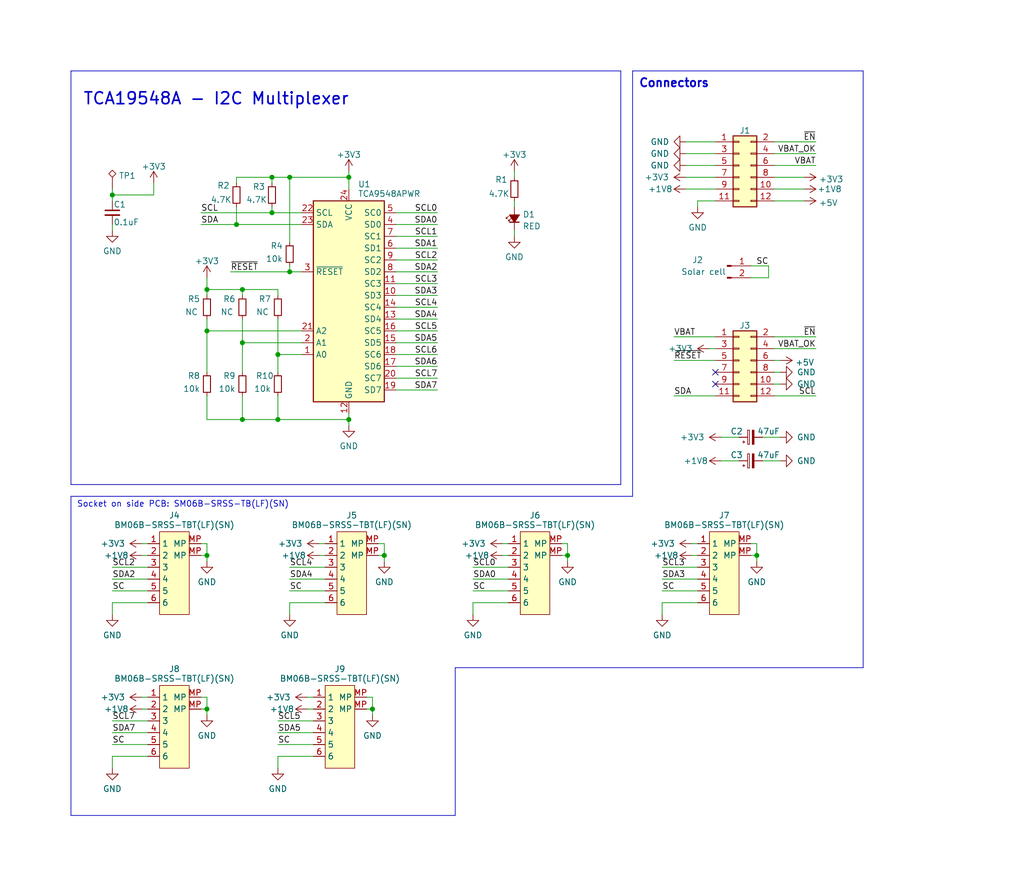
<source format=kicad_sch>
(kicad_sch (version 20230121) (generator eeschema)

  (uuid e63e39d7-6ac0-4ffd-8aa3-1841a4541b55)

  (paper "User" 219.989 189.992)

  (title_block
    (title "HexSense Svalbard CONN module")
    (date "2023-05-24")
    (rev "v1")
    (company "MIT Media Lab")
    (comment 1 "Fangzheng Liu")
  )

  (lib_symbols
    (symbol "Connector:Conn_01x02_Male" (pin_names (offset 1.016) hide) (in_bom yes) (on_board yes)
      (property "Reference" "J" (at 0 2.54 0)
        (effects (font (size 1.27 1.27)))
      )
      (property "Value" "Conn_01x02_Male" (at 0 -5.08 0)
        (effects (font (size 1.27 1.27)))
      )
      (property "Footprint" "" (at 0 0 0)
        (effects (font (size 1.27 1.27)) hide)
      )
      (property "Datasheet" "~" (at 0 0 0)
        (effects (font (size 1.27 1.27)) hide)
      )
      (property "ki_keywords" "connector" (at 0 0 0)
        (effects (font (size 1.27 1.27)) hide)
      )
      (property "ki_description" "Generic connector, single row, 01x02, script generated (kicad-library-utils/schlib/autogen/connector/)" (at 0 0 0)
        (effects (font (size 1.27 1.27)) hide)
      )
      (property "ki_fp_filters" "Connector*:*_1x??_*" (at 0 0 0)
        (effects (font (size 1.27 1.27)) hide)
      )
      (symbol "Conn_01x02_Male_1_1"
        (polyline
          (pts
            (xy 1.27 -2.54)
            (xy 0.8636 -2.54)
          )
          (stroke (width 0.1524) (type default))
          (fill (type none))
        )
        (polyline
          (pts
            (xy 1.27 0)
            (xy 0.8636 0)
          )
          (stroke (width 0.1524) (type default))
          (fill (type none))
        )
        (rectangle (start 0.8636 -2.413) (end 0 -2.667)
          (stroke (width 0.1524) (type default))
          (fill (type outline))
        )
        (rectangle (start 0.8636 0.127) (end 0 -0.127)
          (stroke (width 0.1524) (type default))
          (fill (type outline))
        )
        (pin passive line (at 5.08 0 180) (length 3.81)
          (name "Pin_1" (effects (font (size 1.27 1.27))))
          (number "1" (effects (font (size 1.27 1.27))))
        )
        (pin passive line (at 5.08 -2.54 180) (length 3.81)
          (name "Pin_2" (effects (font (size 1.27 1.27))))
          (number "2" (effects (font (size 1.27 1.27))))
        )
      )
    )
    (symbol "Connector:TestPoint_Alt" (pin_numbers hide) (pin_names (offset 0.762) hide) (in_bom yes) (on_board yes)
      (property "Reference" "TP" (at 0 6.858 0)
        (effects (font (size 1.27 1.27)))
      )
      (property "Value" "TestPoint_Alt" (at 0 5.08 0)
        (effects (font (size 1.27 1.27)))
      )
      (property "Footprint" "" (at 5.08 0 0)
        (effects (font (size 1.27 1.27)) hide)
      )
      (property "Datasheet" "~" (at 5.08 0 0)
        (effects (font (size 1.27 1.27)) hide)
      )
      (property "ki_keywords" "test point tp" (at 0 0 0)
        (effects (font (size 1.27 1.27)) hide)
      )
      (property "ki_description" "test point (alternative shape)" (at 0 0 0)
        (effects (font (size 1.27 1.27)) hide)
      )
      (property "ki_fp_filters" "Pin* Test*" (at 0 0 0)
        (effects (font (size 1.27 1.27)) hide)
      )
      (symbol "TestPoint_Alt_0_1"
        (polyline
          (pts
            (xy 0 2.54)
            (xy -0.762 3.302)
            (xy 0 4.064)
            (xy 0.762 3.302)
            (xy 0 2.54)
          )
          (stroke (width 0) (type default))
          (fill (type none))
        )
      )
      (symbol "TestPoint_Alt_1_1"
        (pin passive line (at 0 0 90) (length 2.54)
          (name "1" (effects (font (size 1.27 1.27))))
          (number "1" (effects (font (size 1.27 1.27))))
        )
      )
    )
    (symbol "Connector_Generic:Conn_02x06_Odd_Even" (pin_names (offset 1.016) hide) (in_bom yes) (on_board yes)
      (property "Reference" "J" (at 1.27 7.62 0)
        (effects (font (size 1.27 1.27)))
      )
      (property "Value" "Conn_02x06_Odd_Even" (at 1.27 -10.16 0)
        (effects (font (size 1.27 1.27)))
      )
      (property "Footprint" "" (at 0 0 0)
        (effects (font (size 1.27 1.27)) hide)
      )
      (property "Datasheet" "~" (at 0 0 0)
        (effects (font (size 1.27 1.27)) hide)
      )
      (property "ki_keywords" "connector" (at 0 0 0)
        (effects (font (size 1.27 1.27)) hide)
      )
      (property "ki_description" "Generic connector, double row, 02x06, odd/even pin numbering scheme (row 1 odd numbers, row 2 even numbers), script generated (kicad-library-utils/schlib/autogen/connector/)" (at 0 0 0)
        (effects (font (size 1.27 1.27)) hide)
      )
      (property "ki_fp_filters" "Connector*:*_2x??_*" (at 0 0 0)
        (effects (font (size 1.27 1.27)) hide)
      )
      (symbol "Conn_02x06_Odd_Even_1_1"
        (rectangle (start -1.27 -7.493) (end 0 -7.747)
          (stroke (width 0.1524) (type default))
          (fill (type none))
        )
        (rectangle (start -1.27 -4.953) (end 0 -5.207)
          (stroke (width 0.1524) (type default))
          (fill (type none))
        )
        (rectangle (start -1.27 -2.413) (end 0 -2.667)
          (stroke (width 0.1524) (type default))
          (fill (type none))
        )
        (rectangle (start -1.27 0.127) (end 0 -0.127)
          (stroke (width 0.1524) (type default))
          (fill (type none))
        )
        (rectangle (start -1.27 2.667) (end 0 2.413)
          (stroke (width 0.1524) (type default))
          (fill (type none))
        )
        (rectangle (start -1.27 5.207) (end 0 4.953)
          (stroke (width 0.1524) (type default))
          (fill (type none))
        )
        (rectangle (start -1.27 6.35) (end 3.81 -8.89)
          (stroke (width 0.254) (type default))
          (fill (type background))
        )
        (rectangle (start 3.81 -7.493) (end 2.54 -7.747)
          (stroke (width 0.1524) (type default))
          (fill (type none))
        )
        (rectangle (start 3.81 -4.953) (end 2.54 -5.207)
          (stroke (width 0.1524) (type default))
          (fill (type none))
        )
        (rectangle (start 3.81 -2.413) (end 2.54 -2.667)
          (stroke (width 0.1524) (type default))
          (fill (type none))
        )
        (rectangle (start 3.81 0.127) (end 2.54 -0.127)
          (stroke (width 0.1524) (type default))
          (fill (type none))
        )
        (rectangle (start 3.81 2.667) (end 2.54 2.413)
          (stroke (width 0.1524) (type default))
          (fill (type none))
        )
        (rectangle (start 3.81 5.207) (end 2.54 4.953)
          (stroke (width 0.1524) (type default))
          (fill (type none))
        )
        (pin passive line (at -5.08 5.08 0) (length 3.81)
          (name "Pin_1" (effects (font (size 1.27 1.27))))
          (number "1" (effects (font (size 1.27 1.27))))
        )
        (pin passive line (at 7.62 -5.08 180) (length 3.81)
          (name "Pin_10" (effects (font (size 1.27 1.27))))
          (number "10" (effects (font (size 1.27 1.27))))
        )
        (pin passive line (at -5.08 -7.62 0) (length 3.81)
          (name "Pin_11" (effects (font (size 1.27 1.27))))
          (number "11" (effects (font (size 1.27 1.27))))
        )
        (pin passive line (at 7.62 -7.62 180) (length 3.81)
          (name "Pin_12" (effects (font (size 1.27 1.27))))
          (number "12" (effects (font (size 1.27 1.27))))
        )
        (pin passive line (at 7.62 5.08 180) (length 3.81)
          (name "Pin_2" (effects (font (size 1.27 1.27))))
          (number "2" (effects (font (size 1.27 1.27))))
        )
        (pin passive line (at -5.08 2.54 0) (length 3.81)
          (name "Pin_3" (effects (font (size 1.27 1.27))))
          (number "3" (effects (font (size 1.27 1.27))))
        )
        (pin passive line (at 7.62 2.54 180) (length 3.81)
          (name "Pin_4" (effects (font (size 1.27 1.27))))
          (number "4" (effects (font (size 1.27 1.27))))
        )
        (pin passive line (at -5.08 0 0) (length 3.81)
          (name "Pin_5" (effects (font (size 1.27 1.27))))
          (number "5" (effects (font (size 1.27 1.27))))
        )
        (pin passive line (at 7.62 0 180) (length 3.81)
          (name "Pin_6" (effects (font (size 1.27 1.27))))
          (number "6" (effects (font (size 1.27 1.27))))
        )
        (pin passive line (at -5.08 -2.54 0) (length 3.81)
          (name "Pin_7" (effects (font (size 1.27 1.27))))
          (number "7" (effects (font (size 1.27 1.27))))
        )
        (pin passive line (at 7.62 -2.54 180) (length 3.81)
          (name "Pin_8" (effects (font (size 1.27 1.27))))
          (number "8" (effects (font (size 1.27 1.27))))
        )
        (pin passive line (at -5.08 -5.08 0) (length 3.81)
          (name "Pin_9" (effects (font (size 1.27 1.27))))
          (number "9" (effects (font (size 1.27 1.27))))
        )
      )
    )
    (symbol "Device:C_Polarized_Small" (pin_numbers hide) (pin_names (offset 0.254) hide) (in_bom yes) (on_board yes)
      (property "Reference" "C" (at 0.254 1.778 0)
        (effects (font (size 1.27 1.27)) (justify left))
      )
      (property "Value" "C_Polarized_Small" (at 0.254 -2.032 0)
        (effects (font (size 1.27 1.27)) (justify left))
      )
      (property "Footprint" "" (at 0 0 0)
        (effects (font (size 1.27 1.27)) hide)
      )
      (property "Datasheet" "~" (at 0 0 0)
        (effects (font (size 1.27 1.27)) hide)
      )
      (property "ki_keywords" "cap capacitor" (at 0 0 0)
        (effects (font (size 1.27 1.27)) hide)
      )
      (property "ki_description" "Polarized capacitor, small symbol" (at 0 0 0)
        (effects (font (size 1.27 1.27)) hide)
      )
      (property "ki_fp_filters" "CP_*" (at 0 0 0)
        (effects (font (size 1.27 1.27)) hide)
      )
      (symbol "C_Polarized_Small_0_1"
        (rectangle (start -1.524 -0.3048) (end 1.524 -0.6858)
          (stroke (width 0) (type default))
          (fill (type outline))
        )
        (rectangle (start -1.524 0.6858) (end 1.524 0.3048)
          (stroke (width 0) (type default))
          (fill (type none))
        )
        (polyline
          (pts
            (xy -1.27 1.524)
            (xy -0.762 1.524)
          )
          (stroke (width 0) (type default))
          (fill (type none))
        )
        (polyline
          (pts
            (xy -1.016 1.27)
            (xy -1.016 1.778)
          )
          (stroke (width 0) (type default))
          (fill (type none))
        )
      )
      (symbol "C_Polarized_Small_1_1"
        (pin passive line (at 0 2.54 270) (length 1.8542)
          (name "~" (effects (font (size 1.27 1.27))))
          (number "1" (effects (font (size 1.27 1.27))))
        )
        (pin passive line (at 0 -2.54 90) (length 1.8542)
          (name "~" (effects (font (size 1.27 1.27))))
          (number "2" (effects (font (size 1.27 1.27))))
        )
      )
    )
    (symbol "Device:C_Small" (pin_numbers hide) (pin_names (offset 0.254) hide) (in_bom yes) (on_board yes)
      (property "Reference" "C" (at 0.254 1.778 0)
        (effects (font (size 1.27 1.27)) (justify left))
      )
      (property "Value" "C_Small" (at 0.254 -2.032 0)
        (effects (font (size 1.27 1.27)) (justify left))
      )
      (property "Footprint" "" (at 0 0 0)
        (effects (font (size 1.27 1.27)) hide)
      )
      (property "Datasheet" "~" (at 0 0 0)
        (effects (font (size 1.27 1.27)) hide)
      )
      (property "ki_keywords" "capacitor cap" (at 0 0 0)
        (effects (font (size 1.27 1.27)) hide)
      )
      (property "ki_description" "Unpolarized capacitor, small symbol" (at 0 0 0)
        (effects (font (size 1.27 1.27)) hide)
      )
      (property "ki_fp_filters" "C_*" (at 0 0 0)
        (effects (font (size 1.27 1.27)) hide)
      )
      (symbol "C_Small_0_1"
        (polyline
          (pts
            (xy -1.524 -0.508)
            (xy 1.524 -0.508)
          )
          (stroke (width 0.3302) (type default))
          (fill (type none))
        )
        (polyline
          (pts
            (xy -1.524 0.508)
            (xy 1.524 0.508)
          )
          (stroke (width 0.3048) (type default))
          (fill (type none))
        )
      )
      (symbol "C_Small_1_1"
        (pin passive line (at 0 2.54 270) (length 2.032)
          (name "~" (effects (font (size 1.27 1.27))))
          (number "1" (effects (font (size 1.27 1.27))))
        )
        (pin passive line (at 0 -2.54 90) (length 2.032)
          (name "~" (effects (font (size 1.27 1.27))))
          (number "2" (effects (font (size 1.27 1.27))))
        )
      )
    )
    (symbol "Device:LED_Small_Filled" (pin_numbers hide) (pin_names (offset 0.254) hide) (in_bom yes) (on_board yes)
      (property "Reference" "D" (at -1.27 3.175 0)
        (effects (font (size 1.27 1.27)) (justify left))
      )
      (property "Value" "LED_Small_Filled" (at -4.445 -2.54 0)
        (effects (font (size 1.27 1.27)) (justify left))
      )
      (property "Footprint" "" (at 0 0 90)
        (effects (font (size 1.27 1.27)) hide)
      )
      (property "Datasheet" "~" (at 0 0 90)
        (effects (font (size 1.27 1.27)) hide)
      )
      (property "ki_keywords" "LED diode light-emitting-diode" (at 0 0 0)
        (effects (font (size 1.27 1.27)) hide)
      )
      (property "ki_description" "Light emitting diode, small symbol, filled shape" (at 0 0 0)
        (effects (font (size 1.27 1.27)) hide)
      )
      (property "ki_fp_filters" "LED* LED_SMD:* LED_THT:*" (at 0 0 0)
        (effects (font (size 1.27 1.27)) hide)
      )
      (symbol "LED_Small_Filled_0_1"
        (polyline
          (pts
            (xy -0.762 -1.016)
            (xy -0.762 1.016)
          )
          (stroke (width 0.254) (type default))
          (fill (type none))
        )
        (polyline
          (pts
            (xy 1.016 0)
            (xy -0.762 0)
          )
          (stroke (width 0) (type default))
          (fill (type none))
        )
        (polyline
          (pts
            (xy 0.762 -1.016)
            (xy -0.762 0)
            (xy 0.762 1.016)
            (xy 0.762 -1.016)
          )
          (stroke (width 0.254) (type default))
          (fill (type outline))
        )
        (polyline
          (pts
            (xy 0 0.762)
            (xy -0.508 1.27)
            (xy -0.254 1.27)
            (xy -0.508 1.27)
            (xy -0.508 1.016)
          )
          (stroke (width 0) (type default))
          (fill (type none))
        )
        (polyline
          (pts
            (xy 0.508 1.27)
            (xy 0 1.778)
            (xy 0.254 1.778)
            (xy 0 1.778)
            (xy 0 1.524)
          )
          (stroke (width 0) (type default))
          (fill (type none))
        )
      )
      (symbol "LED_Small_Filled_1_1"
        (pin passive line (at -2.54 0 0) (length 1.778)
          (name "K" (effects (font (size 1.27 1.27))))
          (number "1" (effects (font (size 1.27 1.27))))
        )
        (pin passive line (at 2.54 0 180) (length 1.778)
          (name "A" (effects (font (size 1.27 1.27))))
          (number "2" (effects (font (size 1.27 1.27))))
        )
      )
    )
    (symbol "Device:R_Small" (pin_numbers hide) (pin_names (offset 0.254) hide) (in_bom yes) (on_board yes)
      (property "Reference" "R" (at 0.762 0.508 0)
        (effects (font (size 1.27 1.27)) (justify left))
      )
      (property "Value" "R_Small" (at 0.762 -1.016 0)
        (effects (font (size 1.27 1.27)) (justify left))
      )
      (property "Footprint" "" (at 0 0 0)
        (effects (font (size 1.27 1.27)) hide)
      )
      (property "Datasheet" "~" (at 0 0 0)
        (effects (font (size 1.27 1.27)) hide)
      )
      (property "ki_keywords" "R resistor" (at 0 0 0)
        (effects (font (size 1.27 1.27)) hide)
      )
      (property "ki_description" "Resistor, small symbol" (at 0 0 0)
        (effects (font (size 1.27 1.27)) hide)
      )
      (property "ki_fp_filters" "R_*" (at 0 0 0)
        (effects (font (size 1.27 1.27)) hide)
      )
      (symbol "R_Small_0_1"
        (rectangle (start -0.762 1.778) (end 0.762 -1.778)
          (stroke (width 0.2032) (type default))
          (fill (type none))
        )
      )
      (symbol "R_Small_1_1"
        (pin passive line (at 0 2.54 270) (length 0.762)
          (name "~" (effects (font (size 1.27 1.27))))
          (number "1" (effects (font (size 1.27 1.27))))
        )
        (pin passive line (at 0 -2.54 90) (length 0.762)
          (name "~" (effects (font (size 1.27 1.27))))
          (number "2" (effects (font (size 1.27 1.27))))
        )
      )
    )
    (symbol "Interface_Expansion:TCA9548APWR" (in_bom yes) (on_board yes)
      (property "Reference" "U" (at -7.62 21.59 0)
        (effects (font (size 1.27 1.27)) (justify left))
      )
      (property "Value" "TCA9548APWR" (at 1.016 21.59 0)
        (effects (font (size 1.27 1.27)) (justify left))
      )
      (property "Footprint" "Package_SO:TSSOP-24_4.4x7.8mm_P0.65mm" (at 0 -25.4 0)
        (effects (font (size 1.27 1.27)) hide)
      )
      (property "Datasheet" "http://www.ti.com/lit/ds/symlink/tca9548a.pdf" (at 1.27 6.35 0)
        (effects (font (size 1.27 1.27)) hide)
      )
      (property "ki_keywords" "Low voltage 8-channel I2C switch with reset" (at 0 0 0)
        (effects (font (size 1.27 1.27)) hide)
      )
      (property "ki_description" "Low voltage 8-channel I2C switch with reset, TSSOP-24" (at 0 0 0)
        (effects (font (size 1.27 1.27)) hide)
      )
      (property "ki_fp_filters" "TSSOP*4.4x7.8mm*P0.65mm*" (at 0 0 0)
        (effects (font (size 1.27 1.27)) hide)
      )
      (symbol "TCA9548APWR_0_1"
        (rectangle (start -7.62 20.32) (end 7.62 -22.86)
          (stroke (width 0.254) (type default))
          (fill (type background))
        )
      )
      (symbol "TCA9548APWR_1_1"
        (pin input line (at -10.16 -12.7 0) (length 2.54)
          (name "A0" (effects (font (size 1.27 1.27))))
          (number "1" (effects (font (size 1.27 1.27))))
        )
        (pin bidirectional line (at 10.16 0 180) (length 2.54)
          (name "SD3" (effects (font (size 1.27 1.27))))
          (number "10" (effects (font (size 1.27 1.27))))
        )
        (pin output line (at 10.16 2.54 180) (length 2.54)
          (name "SC3" (effects (font (size 1.27 1.27))))
          (number "11" (effects (font (size 1.27 1.27))))
        )
        (pin power_in line (at 0 -25.4 90) (length 2.54)
          (name "GND" (effects (font (size 1.27 1.27))))
          (number "12" (effects (font (size 1.27 1.27))))
        )
        (pin bidirectional line (at 10.16 -5.08 180) (length 2.54)
          (name "SD4" (effects (font (size 1.27 1.27))))
          (number "13" (effects (font (size 1.27 1.27))))
        )
        (pin output line (at 10.16 -2.54 180) (length 2.54)
          (name "SC4" (effects (font (size 1.27 1.27))))
          (number "14" (effects (font (size 1.27 1.27))))
        )
        (pin bidirectional line (at 10.16 -10.16 180) (length 2.54)
          (name "SD5" (effects (font (size 1.27 1.27))))
          (number "15" (effects (font (size 1.27 1.27))))
        )
        (pin output line (at 10.16 -7.62 180) (length 2.54)
          (name "SC5" (effects (font (size 1.27 1.27))))
          (number "16" (effects (font (size 1.27 1.27))))
        )
        (pin bidirectional line (at 10.16 -15.24 180) (length 2.54)
          (name "SD6" (effects (font (size 1.27 1.27))))
          (number "17" (effects (font (size 1.27 1.27))))
        )
        (pin output line (at 10.16 -12.7 180) (length 2.54)
          (name "SC6" (effects (font (size 1.27 1.27))))
          (number "18" (effects (font (size 1.27 1.27))))
        )
        (pin bidirectional line (at 10.16 -20.32 180) (length 2.54)
          (name "SD7" (effects (font (size 1.27 1.27))))
          (number "19" (effects (font (size 1.27 1.27))))
        )
        (pin input line (at -10.16 -10.16 0) (length 2.54)
          (name "A1" (effects (font (size 1.27 1.27))))
          (number "2" (effects (font (size 1.27 1.27))))
        )
        (pin output line (at 10.16 -17.78 180) (length 2.54)
          (name "SC7" (effects (font (size 1.27 1.27))))
          (number "20" (effects (font (size 1.27 1.27))))
        )
        (pin input line (at -10.16 -7.62 0) (length 2.54)
          (name "A2" (effects (font (size 1.27 1.27))))
          (number "21" (effects (font (size 1.27 1.27))))
        )
        (pin input line (at -10.16 17.78 0) (length 2.54)
          (name "SCL" (effects (font (size 1.27 1.27))))
          (number "22" (effects (font (size 1.27 1.27))))
        )
        (pin bidirectional line (at -10.16 15.24 0) (length 2.54)
          (name "SDA" (effects (font (size 1.27 1.27))))
          (number "23" (effects (font (size 1.27 1.27))))
        )
        (pin power_in line (at 0 22.86 270) (length 2.54)
          (name "VCC" (effects (font (size 1.27 1.27))))
          (number "24" (effects (font (size 1.27 1.27))))
        )
        (pin input line (at -10.16 5.08 0) (length 2.54)
          (name "~{RESET}" (effects (font (size 1.27 1.27))))
          (number "3" (effects (font (size 1.27 1.27))))
        )
        (pin bidirectional line (at 10.16 15.24 180) (length 2.54)
          (name "SD0" (effects (font (size 1.27 1.27))))
          (number "4" (effects (font (size 1.27 1.27))))
        )
        (pin output line (at 10.16 17.78 180) (length 2.54)
          (name "SC0" (effects (font (size 1.27 1.27))))
          (number "5" (effects (font (size 1.27 1.27))))
        )
        (pin bidirectional line (at 10.16 10.16 180) (length 2.54)
          (name "SD1" (effects (font (size 1.27 1.27))))
          (number "6" (effects (font (size 1.27 1.27))))
        )
        (pin output line (at 10.16 12.7 180) (length 2.54)
          (name "SC1" (effects (font (size 1.27 1.27))))
          (number "7" (effects (font (size 1.27 1.27))))
        )
        (pin bidirectional line (at 10.16 5.08 180) (length 2.54)
          (name "SD2" (effects (font (size 1.27 1.27))))
          (number "8" (effects (font (size 1.27 1.27))))
        )
        (pin output line (at 10.16 7.62 180) (length 2.54)
          (name "SC2" (effects (font (size 1.27 1.27))))
          (number "9" (effects (font (size 1.27 1.27))))
        )
      )
    )
    (symbol "Mylib:BM06B-SURS-TF(LF)(SN)" (in_bom yes) (on_board yes)
      (property "Reference" "J" (at 0 6.35 0)
        (effects (font (size 1.27 1.27)))
      )
      (property "Value" "BM06B-SURS-TF(LF)(SN)" (at 0 3.81 0)
        (effects (font (size 1.27 1.27)))
      )
      (property "Footprint" "" (at 0 0 0)
        (effects (font (size 1.27 1.27)) hide)
      )
      (property "Datasheet" "" (at 0 0 0)
        (effects (font (size 1.27 1.27)) hide)
      )
      (symbol "BM06B-SURS-TF(LF)(SN)_0_1"
        (rectangle (start -2.54 2.54) (end 3.81 -15.24)
          (stroke (width 0.1524) (type default))
          (fill (type background))
        )
      )
      (symbol "BM06B-SURS-TF(LF)(SN)_1_1"
        (pin input line (at -5.08 0 0) (length 2.54)
          (name "1" (effects (font (size 1.27 1.27))))
          (number "1" (effects (font (size 1.27 1.27))))
        )
        (pin input line (at -5.08 -2.54 0) (length 2.54)
          (name "2" (effects (font (size 1.27 1.27))))
          (number "2" (effects (font (size 1.27 1.27))))
        )
        (pin input line (at -5.08 -5.08 0) (length 2.54)
          (name "3" (effects (font (size 1.27 1.27))))
          (number "3" (effects (font (size 1.27 1.27))))
        )
        (pin input line (at -5.08 -7.62 0) (length 2.54)
          (name "4" (effects (font (size 1.27 1.27))))
          (number "4" (effects (font (size 1.27 1.27))))
        )
        (pin input line (at -5.08 -10.16 0) (length 2.54)
          (name "5" (effects (font (size 1.27 1.27))))
          (number "5" (effects (font (size 1.27 1.27))))
        )
        (pin input line (at -5.08 -12.7 0) (length 2.54)
          (name "6" (effects (font (size 1.27 1.27))))
          (number "6" (effects (font (size 1.27 1.27))))
        )
        (pin input line (at 6.35 -2.54 180) (length 2.54)
          (name "MP" (effects (font (size 1.27 1.27))))
          (number "MP" (effects (font (size 1.27 1.27))))
        )
        (pin input line (at 6.35 0 180) (length 2.54)
          (name "MP" (effects (font (size 1.27 1.27))))
          (number "MP" (effects (font (size 1.27 1.27))))
        )
      )
    )
    (symbol "power:+1V8" (power) (pin_names (offset 0)) (in_bom yes) (on_board yes)
      (property "Reference" "#PWR" (at 0 -3.81 0)
        (effects (font (size 1.27 1.27)) hide)
      )
      (property "Value" "+1V8" (at 0 3.556 0)
        (effects (font (size 1.27 1.27)))
      )
      (property "Footprint" "" (at 0 0 0)
        (effects (font (size 1.27 1.27)) hide)
      )
      (property "Datasheet" "" (at 0 0 0)
        (effects (font (size 1.27 1.27)) hide)
      )
      (property "ki_keywords" "power-flag" (at 0 0 0)
        (effects (font (size 1.27 1.27)) hide)
      )
      (property "ki_description" "Power symbol creates a global label with name \"+1V8\"" (at 0 0 0)
        (effects (font (size 1.27 1.27)) hide)
      )
      (symbol "+1V8_0_1"
        (polyline
          (pts
            (xy -0.762 1.27)
            (xy 0 2.54)
          )
          (stroke (width 0) (type default))
          (fill (type none))
        )
        (polyline
          (pts
            (xy 0 0)
            (xy 0 2.54)
          )
          (stroke (width 0) (type default))
          (fill (type none))
        )
        (polyline
          (pts
            (xy 0 2.54)
            (xy 0.762 1.27)
          )
          (stroke (width 0) (type default))
          (fill (type none))
        )
      )
      (symbol "+1V8_1_1"
        (pin power_in line (at 0 0 90) (length 0) hide
          (name "+1V8" (effects (font (size 1.27 1.27))))
          (number "1" (effects (font (size 1.27 1.27))))
        )
      )
    )
    (symbol "power:+3.3V" (power) (pin_names (offset 0)) (in_bom yes) (on_board yes)
      (property "Reference" "#PWR" (at 0 -3.81 0)
        (effects (font (size 1.27 1.27)) hide)
      )
      (property "Value" "+3.3V" (at 0 3.556 0)
        (effects (font (size 1.27 1.27)))
      )
      (property "Footprint" "" (at 0 0 0)
        (effects (font (size 1.27 1.27)) hide)
      )
      (property "Datasheet" "" (at 0 0 0)
        (effects (font (size 1.27 1.27)) hide)
      )
      (property "ki_keywords" "power-flag" (at 0 0 0)
        (effects (font (size 1.27 1.27)) hide)
      )
      (property "ki_description" "Power symbol creates a global label with name \"+3.3V\"" (at 0 0 0)
        (effects (font (size 1.27 1.27)) hide)
      )
      (symbol "+3.3V_0_1"
        (polyline
          (pts
            (xy -0.762 1.27)
            (xy 0 2.54)
          )
          (stroke (width 0) (type default))
          (fill (type none))
        )
        (polyline
          (pts
            (xy 0 0)
            (xy 0 2.54)
          )
          (stroke (width 0) (type default))
          (fill (type none))
        )
        (polyline
          (pts
            (xy 0 2.54)
            (xy 0.762 1.27)
          )
          (stroke (width 0) (type default))
          (fill (type none))
        )
      )
      (symbol "+3.3V_1_1"
        (pin power_in line (at 0 0 90) (length 0) hide
          (name "+3V3" (effects (font (size 1.27 1.27))))
          (number "1" (effects (font (size 1.27 1.27))))
        )
      )
    )
    (symbol "power:+5V" (power) (pin_names (offset 0)) (in_bom yes) (on_board yes)
      (property "Reference" "#PWR" (at 0 -3.81 0)
        (effects (font (size 1.27 1.27)) hide)
      )
      (property "Value" "+5V" (at 0 3.556 0)
        (effects (font (size 1.27 1.27)))
      )
      (property "Footprint" "" (at 0 0 0)
        (effects (font (size 1.27 1.27)) hide)
      )
      (property "Datasheet" "" (at 0 0 0)
        (effects (font (size 1.27 1.27)) hide)
      )
      (property "ki_keywords" "power-flag" (at 0 0 0)
        (effects (font (size 1.27 1.27)) hide)
      )
      (property "ki_description" "Power symbol creates a global label with name \"+5V\"" (at 0 0 0)
        (effects (font (size 1.27 1.27)) hide)
      )
      (symbol "+5V_0_1"
        (polyline
          (pts
            (xy -0.762 1.27)
            (xy 0 2.54)
          )
          (stroke (width 0) (type default))
          (fill (type none))
        )
        (polyline
          (pts
            (xy 0 0)
            (xy 0 2.54)
          )
          (stroke (width 0) (type default))
          (fill (type none))
        )
        (polyline
          (pts
            (xy 0 2.54)
            (xy 0.762 1.27)
          )
          (stroke (width 0) (type default))
          (fill (type none))
        )
      )
      (symbol "+5V_1_1"
        (pin power_in line (at 0 0 90) (length 0) hide
          (name "+5V" (effects (font (size 1.27 1.27))))
          (number "1" (effects (font (size 1.27 1.27))))
        )
      )
    )
    (symbol "power:GND" (power) (pin_names (offset 0)) (in_bom yes) (on_board yes)
      (property "Reference" "#PWR" (at 0 -6.35 0)
        (effects (font (size 1.27 1.27)) hide)
      )
      (property "Value" "GND" (at 0 -3.81 0)
        (effects (font (size 1.27 1.27)))
      )
      (property "Footprint" "" (at 0 0 0)
        (effects (font (size 1.27 1.27)) hide)
      )
      (property "Datasheet" "" (at 0 0 0)
        (effects (font (size 1.27 1.27)) hide)
      )
      (property "ki_keywords" "power-flag" (at 0 0 0)
        (effects (font (size 1.27 1.27)) hide)
      )
      (property "ki_description" "Power symbol creates a global label with name \"GND\" , ground" (at 0 0 0)
        (effects (font (size 1.27 1.27)) hide)
      )
      (symbol "GND_0_1"
        (polyline
          (pts
            (xy 0 0)
            (xy 0 -1.27)
            (xy 1.27 -1.27)
            (xy 0 -2.54)
            (xy -1.27 -1.27)
            (xy 0 -1.27)
          )
          (stroke (width 0) (type default))
          (fill (type none))
        )
      )
      (symbol "GND_1_1"
        (pin power_in line (at 0 0 270) (length 0) hide
          (name "GND" (effects (font (size 1.27 1.27))))
          (number "1" (effects (font (size 1.27 1.27))))
        )
      )
    )
  )

  (junction (at 50.8 48.26) (diameter 0) (color 0 0 0 0)
    (uuid 0e29de96-5fec-4cf1-89bc-88de770f3904)
  )
  (junction (at 52.07 73.66) (diameter 0) (color 0 0 0 0)
    (uuid 15ad0be4-d88a-454e-8874-b245deb28fdf)
  )
  (junction (at 44.45 152.4) (diameter 0) (color 0 0 0 0)
    (uuid 1dcd269d-4bb4-4d03-9046-4455bdb26ad1)
  )
  (junction (at 44.45 62.23) (diameter 0) (color 0 0 0 0)
    (uuid 22500fa5-ec3f-43b8-b073-b8a485720681)
  )
  (junction (at 59.69 90.17) (diameter 0) (color 0 0 0 0)
    (uuid 22916342-090b-4ed0-8213-e5a015ac1fad)
  )
  (junction (at 121.92 119.38) (diameter 0) (color 0 0 0 0)
    (uuid 22b26501-950b-4d6f-ac54-b44bbb3cbd62)
  )
  (junction (at 52.07 90.17) (diameter 0) (color 0 0 0 0)
    (uuid 32b7bfff-00a7-4e7e-acc0-41f311ef4705)
  )
  (junction (at 52.07 62.23) (diameter 0) (color 0 0 0 0)
    (uuid 3b631269-d0e0-4a08-a279-bc40b30ef4fc)
  )
  (junction (at 58.42 38.1) (diameter 0) (color 0 0 0 0)
    (uuid 580320d8-9196-40b5-8643-faac901363a5)
  )
  (junction (at 58.42 45.72) (diameter 0) (color 0 0 0 0)
    (uuid 77f42b4f-0ba4-4b21-9865-2a83a1e7e099)
  )
  (junction (at 24.13 41.91) (diameter 0) (color 0 0 0 0)
    (uuid 8a1b7411-5944-45c1-9d82-2ccdf25d3ed9)
  )
  (junction (at 74.93 90.17) (diameter 0) (color 0 0 0 0)
    (uuid a232f796-9782-42c5-bb08-a7423d06cac6)
  )
  (junction (at 162.56 119.38) (diameter 0) (color 0 0 0 0)
    (uuid a3b6881b-594d-44c4-99f8-979109782e0e)
  )
  (junction (at 62.23 58.42) (diameter 0) (color 0 0 0 0)
    (uuid b3e2834e-35a1-4d86-b981-96e69c8a9534)
  )
  (junction (at 74.93 38.1) (diameter 0) (color 0 0 0 0)
    (uuid d2737a6b-c1d1-4ed1-8428-53417d556c84)
  )
  (junction (at 44.45 119.38) (diameter 0) (color 0 0 0 0)
    (uuid d4d73fed-abc8-4afc-a47d-5a16600b892e)
  )
  (junction (at 62.23 38.1) (diameter 0) (color 0 0 0 0)
    (uuid e0fe1ad4-7a94-406d-ac72-7a51364d1d64)
  )
  (junction (at 80.01 152.4) (diameter 0) (color 0 0 0 0)
    (uuid e73a1edf-d97e-4629-acca-bd2c801cbdf6)
  )
  (junction (at 82.55 119.38) (diameter 0) (color 0 0 0 0)
    (uuid f0bf38aa-9332-4895-a514-feb7e1a15eba)
  )
  (junction (at 59.69 76.2) (diameter 0) (color 0 0 0 0)
    (uuid f2b5addf-7ef4-448a-ba48-133a39cbd038)
  )
  (junction (at 44.45 71.12) (diameter 0) (color 0 0 0 0)
    (uuid f8bdf386-d4f6-4413-b842-2cd5806e267d)
  )

  (no_connect (at 153.67 80.01) (uuid acf8f0e5-102f-4807-90b0-a2970c146295))
  (no_connect (at 153.67 82.55) (uuid acf8f0e5-102f-4807-90b0-a2970c146296))

  (wire (pts (xy 121.92 119.38) (xy 121.92 120.65))
    (stroke (width 0) (type default))
    (uuid 00b17681-daa4-418f-9405-7e561ed6092c)
  )
  (wire (pts (xy 154.94 93.98) (xy 158.75 93.98))
    (stroke (width 0) (type default))
    (uuid 00d76577-cf97-4ac9-bd06-d04ace104360)
  )
  (wire (pts (xy 162.56 116.84) (xy 162.56 119.38))
    (stroke (width 0) (type default))
    (uuid 0277c5e1-4592-49af-b9ea-cfc2a51a0dcf)
  )
  (wire (pts (xy 68.58 116.84) (xy 69.85 116.84))
    (stroke (width 0) (type default))
    (uuid 02899346-1e9e-4517-9128-9031e5f731e0)
  )
  (wire (pts (xy 147.32 33.02) (xy 153.67 33.02))
    (stroke (width 0) (type default))
    (uuid 029176b9-3637-4fc7-acd1-188e38f8d041)
  )
  (wire (pts (xy 85.09 71.12) (xy 93.98 71.12))
    (stroke (width 0) (type default))
    (uuid 02a8bc91-aa3a-45ae-99b9-528393a25131)
  )
  (wire (pts (xy 120.65 116.84) (xy 121.92 116.84))
    (stroke (width 0) (type default))
    (uuid 07435006-44b1-4f48-835e-ee17432e5661)
  )
  (wire (pts (xy 52.07 68.58) (xy 52.07 73.66))
    (stroke (width 0) (type default))
    (uuid 07de1987-c800-486b-96a4-e0d3925aae1e)
  )
  (wire (pts (xy 142.24 129.54) (xy 142.24 132.08))
    (stroke (width 0) (type default))
    (uuid 08c5b2bd-7ea4-4006-a62a-3a293a10d0bf)
  )
  (wire (pts (xy 49.53 58.42) (xy 62.23 58.42))
    (stroke (width 0) (type default))
    (uuid 09986b6f-0899-4262-8c6a-5d335728b887)
  )
  (wire (pts (xy 62.23 124.46) (xy 69.85 124.46))
    (stroke (width 0) (type default))
    (uuid 0b8623f2-8097-44ad-a1c8-299efb2e3d8d)
  )
  (wire (pts (xy 166.37 80.01) (xy 167.64 80.01))
    (stroke (width 0) (type default))
    (uuid 0d51452f-7511-4130-9366-a7b5814b02dd)
  )
  (wire (pts (xy 24.13 41.91) (xy 24.13 43.18))
    (stroke (width 0) (type default))
    (uuid 0dec29e9-afd2-4017-bdd9-65ae6438b7ca)
  )
  (wire (pts (xy 85.09 76.2) (xy 93.98 76.2))
    (stroke (width 0) (type default))
    (uuid 0df0ffbd-3c51-477d-b0c6-f555c8814cc5)
  )
  (wire (pts (xy 24.13 162.56) (xy 24.13 165.1))
    (stroke (width 0) (type default))
    (uuid 0f3e0f5a-eaf7-4c79-b248-9c95a9c7fe08)
  )
  (wire (pts (xy 59.69 76.2) (xy 64.77 76.2))
    (stroke (width 0) (type default))
    (uuid 1d552e80-f2d0-4bd5-acaf-794f36ce6a9d)
  )
  (polyline (pts (xy 97.79 175.26) (xy 15.24 175.26))
    (stroke (width 0) (type default))
    (uuid 1dc02ccf-fa69-4937-b21a-58fa0bcf8e6f)
  )

  (wire (pts (xy 110.49 36.83) (xy 110.49 38.1))
    (stroke (width 0) (type default))
    (uuid 1ea07f12-e026-41d2-81fa-71d65d34d54e)
  )
  (wire (pts (xy 62.23 57.15) (xy 62.23 58.42))
    (stroke (width 0) (type default))
    (uuid 218503c2-8dbd-4619-ac7b-4c01fe0226fe)
  )
  (wire (pts (xy 85.09 55.88) (xy 93.98 55.88))
    (stroke (width 0) (type default))
    (uuid 21860642-5777-4d97-8df9-e27249f82ffe)
  )
  (wire (pts (xy 44.45 152.4) (xy 44.45 153.67))
    (stroke (width 0) (type default))
    (uuid 23c1f9b6-eec7-4bad-8f0e-0a0b4a96b4d2)
  )
  (wire (pts (xy 59.69 162.56) (xy 67.31 162.56))
    (stroke (width 0) (type default))
    (uuid 24c1e948-73bd-4c4c-bb63-8a4872f77917)
  )
  (wire (pts (xy 161.29 59.69) (xy 165.1 59.69))
    (stroke (width 0) (type default))
    (uuid 25a37a00-4708-418c-b159-89add89b3c03)
  )
  (wire (pts (xy 59.69 85.09) (xy 59.69 90.17))
    (stroke (width 0) (type default))
    (uuid 25d74033-9dab-4263-9b3c-5df0c3604f41)
  )
  (wire (pts (xy 44.45 80.01) (xy 44.45 71.12))
    (stroke (width 0) (type default))
    (uuid 26541e78-9a6a-417e-8b1a-ed7f9b2f4bc1)
  )
  (wire (pts (xy 101.6 129.54) (xy 109.22 129.54))
    (stroke (width 0) (type default))
    (uuid 2866bb2c-69de-4296-8ce4-a9674726a3ed)
  )
  (wire (pts (xy 44.45 68.58) (xy 44.45 71.12))
    (stroke (width 0) (type default))
    (uuid 286c1b2f-2223-4da8-8091-9348db81bf1e)
  )
  (wire (pts (xy 147.32 40.64) (xy 153.67 40.64))
    (stroke (width 0) (type default))
    (uuid 2a138168-6a73-4cbb-bf5d-502abd29bce2)
  )
  (wire (pts (xy 166.37 33.02) (xy 175.26 33.02))
    (stroke (width 0) (type default))
    (uuid 2c307916-586a-491e-880e-423f7168761f)
  )
  (wire (pts (xy 142.24 129.54) (xy 149.86 129.54))
    (stroke (width 0) (type default))
    (uuid 2c586686-751c-4a8a-a9b7-71b3a70b61d1)
  )
  (wire (pts (xy 24.13 48.26) (xy 24.13 49.53))
    (stroke (width 0) (type default))
    (uuid 2de175b4-739e-44dc-9fb9-20b0e5a13b3a)
  )
  (wire (pts (xy 85.09 63.5) (xy 93.98 63.5))
    (stroke (width 0) (type default))
    (uuid 2f37783c-6b0d-49a8-a917-eeacb45e50fe)
  )
  (wire (pts (xy 161.29 116.84) (xy 162.56 116.84))
    (stroke (width 0) (type default))
    (uuid 30156a3a-c915-49a1-bfe8-7375170e7cb8)
  )
  (polyline (pts (xy 133.35 104.14) (xy 15.24 104.14))
    (stroke (width 0) (type default))
    (uuid 31e37b55-b4fc-4af4-9761-b224deaed044)
  )

  (wire (pts (xy 144.78 85.09) (xy 153.67 85.09))
    (stroke (width 0) (type default))
    (uuid 342764a1-1356-46c7-94bd-80d294487dfb)
  )
  (wire (pts (xy 44.45 71.12) (xy 64.77 71.12))
    (stroke (width 0) (type default))
    (uuid 3448d89f-21ec-4679-aff6-9fe579b5e0bb)
  )
  (wire (pts (xy 85.09 53.34) (xy 93.98 53.34))
    (stroke (width 0) (type default))
    (uuid 34b82222-dc85-4fe5-9262-b1cf73aa5149)
  )
  (wire (pts (xy 44.45 90.17) (xy 52.07 90.17))
    (stroke (width 0) (type default))
    (uuid 354e905d-7dcb-4374-91ff-d016c0f0a2b0)
  )
  (wire (pts (xy 101.6 121.92) (xy 109.22 121.92))
    (stroke (width 0) (type default))
    (uuid 36a79b20-d27e-432d-a491-a756c20df3b6)
  )
  (wire (pts (xy 166.37 85.09) (xy 175.26 85.09))
    (stroke (width 0) (type default))
    (uuid 38d8f92e-9f65-4675-8068-364e72c7628d)
  )
  (wire (pts (xy 59.69 68.58) (xy 59.69 76.2))
    (stroke (width 0) (type default))
    (uuid 3a67961f-4342-4645-9e8c-a6ff0af5c7d0)
  )
  (wire (pts (xy 62.23 129.54) (xy 62.23 132.08))
    (stroke (width 0) (type default))
    (uuid 3b13c333-34a4-4bdd-86bc-49b02da75e72)
  )
  (wire (pts (xy 66.04 149.86) (xy 67.31 149.86))
    (stroke (width 0) (type default))
    (uuid 3bf08403-eaa6-4214-9a34-958ce8a30f28)
  )
  (wire (pts (xy 43.18 116.84) (xy 44.45 116.84))
    (stroke (width 0) (type default))
    (uuid 41c619a1-18bb-4c9a-a12d-80ba3140de15)
  )
  (wire (pts (xy 85.09 58.42) (xy 93.98 58.42))
    (stroke (width 0) (type default))
    (uuid 42228045-9364-4713-9db8-6583c9849a97)
  )
  (wire (pts (xy 81.28 119.38) (xy 82.55 119.38))
    (stroke (width 0) (type default))
    (uuid 43c516dd-591b-42d2-bed8-807a978bcfe7)
  )
  (wire (pts (xy 24.13 160.02) (xy 31.75 160.02))
    (stroke (width 0) (type default))
    (uuid 44414a23-d10c-48c4-bf78-f45969a858e7)
  )
  (wire (pts (xy 59.69 90.17) (xy 74.93 90.17))
    (stroke (width 0) (type default))
    (uuid 4b35399c-4e36-4e30-a04e-7f729694e91a)
  )
  (polyline (pts (xy 15.24 106.68) (xy 15.24 175.26))
    (stroke (width 0) (type default))
    (uuid 4c357953-c0eb-4802-92bd-ad49860633e8)
  )

  (wire (pts (xy 33.02 39.37) (xy 33.02 41.91))
    (stroke (width 0) (type default))
    (uuid 4d578b45-360b-48d7-b257-a5753557fbae)
  )
  (wire (pts (xy 62.23 58.42) (xy 64.77 58.42))
    (stroke (width 0) (type default))
    (uuid 4f0b6391-10dd-468c-9bdb-6168afe5a8fd)
  )
  (wire (pts (xy 24.13 157.48) (xy 31.75 157.48))
    (stroke (width 0) (type default))
    (uuid 5042dcb8-1d5f-45f9-893f-f342105bf5bb)
  )
  (wire (pts (xy 165.1 59.69) (xy 165.1 57.15))
    (stroke (width 0) (type default))
    (uuid 50e0761e-0d4c-4172-8194-ebb34e73cef5)
  )
  (wire (pts (xy 44.45 149.86) (xy 44.45 152.4))
    (stroke (width 0) (type default))
    (uuid 51c7fcf6-fb0d-4500-b36a-6b40087f9a2e)
  )
  (wire (pts (xy 78.74 152.4) (xy 80.01 152.4))
    (stroke (width 0) (type default))
    (uuid 541bd103-6f6f-4872-8f31-01671913b392)
  )
  (wire (pts (xy 85.09 81.28) (xy 93.98 81.28))
    (stroke (width 0) (type default))
    (uuid 55d682b1-c204-4aab-9aee-3b365df57871)
  )
  (wire (pts (xy 30.48 149.86) (xy 31.75 149.86))
    (stroke (width 0) (type default))
    (uuid 586517e7-9121-4000-b1aa-44271be7caea)
  )
  (wire (pts (xy 62.23 129.54) (xy 69.85 129.54))
    (stroke (width 0) (type default))
    (uuid 59786f76-25c3-40a0-8ae7-4f7df951dace)
  )
  (wire (pts (xy 166.37 43.18) (xy 172.72 43.18))
    (stroke (width 0) (type default))
    (uuid 5c95cb88-38d0-4a84-8534-dbd6f4ee9b78)
  )
  (wire (pts (xy 74.93 88.9) (xy 74.93 90.17))
    (stroke (width 0) (type default))
    (uuid 5d3e5793-c75c-4fbe-b71f-cf6cc8ed903d)
  )
  (wire (pts (xy 52.07 90.17) (xy 59.69 90.17))
    (stroke (width 0) (type default))
    (uuid 5ecd47fa-6e55-49e1-87cf-68bf6d8db076)
  )
  (polyline (pts (xy 15.24 15.24) (xy 133.35 15.24))
    (stroke (width 0) (type default))
    (uuid 5fada503-749c-4ab1-b15f-4f7e43d6c0e6)
  )

  (wire (pts (xy 121.92 116.84) (xy 121.92 119.38))
    (stroke (width 0) (type default))
    (uuid 61c5e430-8b5c-48e8-89d5-db86beffb353)
  )
  (wire (pts (xy 24.13 40.64) (xy 24.13 41.91))
    (stroke (width 0) (type default))
    (uuid 62175145-985c-4a40-a8a0-75920bd581b6)
  )
  (wire (pts (xy 50.8 39.37) (xy 50.8 38.1))
    (stroke (width 0) (type default))
    (uuid 63b0b483-5c2e-47b0-8b8b-69242d744937)
  )
  (polyline (pts (xy 185.42 15.24) (xy 185.42 143.51))
    (stroke (width 0) (type default))
    (uuid 664129de-ba7f-4737-927f-92ea6bdb9b43)
  )

  (wire (pts (xy 101.6 124.46) (xy 109.22 124.46))
    (stroke (width 0) (type default))
    (uuid 6874b0d4-43bd-4c53-8875-23c8d67fa870)
  )
  (wire (pts (xy 101.6 127) (xy 109.22 127))
    (stroke (width 0) (type default))
    (uuid 6ded5e0a-17ed-467c-8860-13ffa8605150)
  )
  (wire (pts (xy 166.37 35.56) (xy 175.26 35.56))
    (stroke (width 0) (type default))
    (uuid 6eaff8aa-fb6f-410c-a5a0-36024f985375)
  )
  (wire (pts (xy 43.18 45.72) (xy 58.42 45.72))
    (stroke (width 0) (type default))
    (uuid 6f37f997-5779-4fce-bbe9-9cbd0c701d01)
  )
  (wire (pts (xy 85.09 50.8) (xy 93.98 50.8))
    (stroke (width 0) (type default))
    (uuid 706b9711-0d1c-4f75-bf2a-fda3be6b558f)
  )
  (polyline (pts (xy 15.24 15.24) (xy 15.24 104.14))
    (stroke (width 0) (type default))
    (uuid 739f3cb7-0919-467c-97ae-3e7d0f3a1905)
  )

  (wire (pts (xy 161.29 119.38) (xy 162.56 119.38))
    (stroke (width 0) (type default))
    (uuid 769c7b9d-e1a4-4b0b-af5e-0c48abce4529)
  )
  (wire (pts (xy 107.95 116.84) (xy 109.22 116.84))
    (stroke (width 0) (type default))
    (uuid 7fb78fdb-8794-4927-8ee6-9ea27c117e3b)
  )
  (wire (pts (xy 24.13 124.46) (xy 31.75 124.46))
    (stroke (width 0) (type default))
    (uuid 82aa0d52-47c7-4ae4-bec7-8df2ccf30c4b)
  )
  (polyline (pts (xy 135.89 15.24) (xy 135.89 106.68))
    (stroke (width 0) (type default))
    (uuid 82dedc1f-8f46-4680-98a3-56f743ddceb7)
  )

  (wire (pts (xy 24.13 162.56) (xy 31.75 162.56))
    (stroke (width 0) (type default))
    (uuid 846268d5-0c85-4c43-ba09-0f7c30a4b1cf)
  )
  (wire (pts (xy 166.37 72.39) (xy 175.26 72.39))
    (stroke (width 0) (type default))
    (uuid 850b50fe-9b42-47b2-b702-be6c105fd8ef)
  )
  (wire (pts (xy 58.42 44.45) (xy 58.42 45.72))
    (stroke (width 0) (type default))
    (uuid 86bbaedc-ff7e-4cc8-84b8-2870a6a7912f)
  )
  (wire (pts (xy 166.37 77.47) (xy 167.64 77.47))
    (stroke (width 0) (type default))
    (uuid 8941e1cd-c166-4020-88f7-a4db28cbb61d)
  )
  (polyline (pts (xy 135.89 15.24) (xy 185.42 15.24))
    (stroke (width 0) (type default))
    (uuid 8a1cdef1-da3d-41b0-8d52-3220205347ba)
  )

  (wire (pts (xy 50.8 48.26) (xy 64.77 48.26))
    (stroke (width 0) (type default))
    (uuid 9109d43d-2c27-4d62-8bf1-33d683ee2798)
  )
  (wire (pts (xy 30.48 116.84) (xy 31.75 116.84))
    (stroke (width 0) (type default))
    (uuid 91205db7-a9a3-4509-baad-e2abaf871ac7)
  )
  (wire (pts (xy 50.8 44.45) (xy 50.8 48.26))
    (stroke (width 0) (type default))
    (uuid 923a5825-2441-4cd1-b577-90b3bce954a4)
  )
  (wire (pts (xy 44.45 119.38) (xy 44.45 120.65))
    (stroke (width 0) (type default))
    (uuid 92ca0e7d-7dc6-4b02-a2f1-f2d7dadac99d)
  )
  (wire (pts (xy 149.86 43.18) (xy 149.86 44.45))
    (stroke (width 0) (type default))
    (uuid 932844a5-50c5-4cfa-ac6e-599c12a23c8b)
  )
  (wire (pts (xy 52.07 62.23) (xy 52.07 63.5))
    (stroke (width 0) (type default))
    (uuid 9336b77c-b5e2-4694-96a7-6a0101e21ba8)
  )
  (wire (pts (xy 120.65 119.38) (xy 121.92 119.38))
    (stroke (width 0) (type default))
    (uuid 93729543-1814-4231-a661-aa4042de3906)
  )
  (wire (pts (xy 147.32 38.1) (xy 153.67 38.1))
    (stroke (width 0) (type default))
    (uuid 9607983a-fde1-41e0-a67d-ad1f09fdada0)
  )
  (wire (pts (xy 59.69 62.23) (xy 59.69 63.5))
    (stroke (width 0) (type default))
    (uuid 9910ce49-e970-4349-a6ae-02b318ddd554)
  )
  (wire (pts (xy 107.95 119.38) (xy 109.22 119.38))
    (stroke (width 0) (type default))
    (uuid 9b6d7046-857a-465d-a0fe-a14710ad3da0)
  )
  (wire (pts (xy 66.04 152.4) (xy 67.31 152.4))
    (stroke (width 0) (type default))
    (uuid 9c16f7a6-dbca-4207-b287-6cb0402d9d7e)
  )
  (wire (pts (xy 24.13 129.54) (xy 24.13 132.08))
    (stroke (width 0) (type default))
    (uuid 9c543b4f-5e1d-4095-989a-42b0ea8382e3)
  )
  (wire (pts (xy 147.32 30.48) (xy 153.67 30.48))
    (stroke (width 0) (type default))
    (uuid 9d6ad8b1-96d8-4970-af7e-9f8c2af1dccd)
  )
  (wire (pts (xy 166.37 40.64) (xy 172.72 40.64))
    (stroke (width 0) (type default))
    (uuid 9e5c2ba6-2b2b-4264-aa55-d024c8f9da4e)
  )
  (wire (pts (xy 58.42 39.37) (xy 58.42 38.1))
    (stroke (width 0) (type default))
    (uuid a1d71736-e8ed-4af2-8cf5-81d3be70e1e3)
  )
  (wire (pts (xy 144.78 77.47) (xy 153.67 77.47))
    (stroke (width 0) (type default))
    (uuid a2afbd03-43ac-4da9-86a8-702404e5d4f9)
  )
  (wire (pts (xy 33.02 41.91) (xy 24.13 41.91))
    (stroke (width 0) (type default))
    (uuid a2c88d56-13ba-4194-bb2a-5a3600accd19)
  )
  (wire (pts (xy 80.01 152.4) (xy 80.01 153.67))
    (stroke (width 0) (type default))
    (uuid a3736e04-7fbf-44ae-835f-62565f9cef5e)
  )
  (polyline (pts (xy 15.24 106.68) (xy 135.89 106.68))
    (stroke (width 0) (type default))
    (uuid a3cae09f-e2e9-4d23-89aa-eb16b5327c1c)
  )

  (wire (pts (xy 149.86 43.18) (xy 153.67 43.18))
    (stroke (width 0) (type default))
    (uuid a4ba36cf-91b9-4fbc-9450-abe2698063d5)
  )
  (wire (pts (xy 44.45 62.23) (xy 44.45 63.5))
    (stroke (width 0) (type default))
    (uuid a9b75bcf-055d-4308-8c05-6b9bfabb87dd)
  )
  (wire (pts (xy 58.42 38.1) (xy 62.23 38.1))
    (stroke (width 0) (type default))
    (uuid a9cad657-97fe-4ef6-a16b-ec134e7f14b3)
  )
  (wire (pts (xy 85.09 48.26) (xy 93.98 48.26))
    (stroke (width 0) (type default))
    (uuid aabfa12d-18df-4a4b-b618-c0479225a0db)
  )
  (wire (pts (xy 43.18 149.86) (xy 44.45 149.86))
    (stroke (width 0) (type default))
    (uuid abf6a134-a929-4f1d-9ef4-4e93fdf3e445)
  )
  (wire (pts (xy 62.23 38.1) (xy 74.93 38.1))
    (stroke (width 0) (type default))
    (uuid acaa3452-8da9-4544-b883-054c8fa8cc59)
  )
  (wire (pts (xy 62.23 121.92) (xy 69.85 121.92))
    (stroke (width 0) (type default))
    (uuid acc00082-bb36-428b-b212-60839fb7b3de)
  )
  (wire (pts (xy 52.07 73.66) (xy 64.77 73.66))
    (stroke (width 0) (type default))
    (uuid ad21d959-56bf-42d1-983c-fb9db5da2353)
  )
  (wire (pts (xy 43.18 48.26) (xy 50.8 48.26))
    (stroke (width 0) (type default))
    (uuid ad90d2cd-9456-4cc8-b551-5f16c6ad366e)
  )
  (wire (pts (xy 52.07 85.09) (xy 52.07 90.17))
    (stroke (width 0) (type default))
    (uuid aecc30f5-d064-4b70-820d-2c1579489bf1)
  )
  (wire (pts (xy 62.23 127) (xy 69.85 127))
    (stroke (width 0) (type default))
    (uuid afba7980-4c2b-4e02-82b4-b64ffef49563)
  )
  (wire (pts (xy 85.09 45.72) (xy 93.98 45.72))
    (stroke (width 0) (type default))
    (uuid afe9d110-d762-46bf-aeca-7eef999b3149)
  )
  (wire (pts (xy 43.18 152.4) (xy 44.45 152.4))
    (stroke (width 0) (type default))
    (uuid b1491084-c7f6-4129-9b3d-a523da624daa)
  )
  (wire (pts (xy 147.32 35.56) (xy 153.67 35.56))
    (stroke (width 0) (type default))
    (uuid b15f1833-1c73-492c-922e-ef0f8affc888)
  )
  (wire (pts (xy 30.48 152.4) (xy 31.75 152.4))
    (stroke (width 0) (type default))
    (uuid b43dc6a1-7cfd-4c0d-b0f3-5b3c1c8dd1fd)
  )
  (wire (pts (xy 148.59 116.84) (xy 149.86 116.84))
    (stroke (width 0) (type default))
    (uuid b45330dd-73ec-4dfb-b43a-7a00f5e97f28)
  )
  (wire (pts (xy 74.93 36.83) (xy 74.93 38.1))
    (stroke (width 0) (type default))
    (uuid b4b293e3-b5ed-44de-a4dd-2ab2857e2a0b)
  )
  (wire (pts (xy 24.13 127) (xy 31.75 127))
    (stroke (width 0) (type default))
    (uuid b56a95e7-9fe3-4b77-8873-34a7a81eba79)
  )
  (wire (pts (xy 166.37 38.1) (xy 172.72 38.1))
    (stroke (width 0) (type default))
    (uuid b6a5f6a6-95ea-4926-8edb-f3543e684ded)
  )
  (wire (pts (xy 24.13 129.54) (xy 31.75 129.54))
    (stroke (width 0) (type default))
    (uuid b6bce885-9947-489e-adc1-1884da8bdac2)
  )
  (wire (pts (xy 78.74 149.86) (xy 80.01 149.86))
    (stroke (width 0) (type default))
    (uuid b7897e7b-697c-4dea-a909-3918119c4651)
  )
  (wire (pts (xy 59.69 157.48) (xy 67.31 157.48))
    (stroke (width 0) (type default))
    (uuid bb926ce8-3990-4d46-833e-3a2d4d03fbf1)
  )
  (wire (pts (xy 59.69 160.02) (xy 67.31 160.02))
    (stroke (width 0) (type default))
    (uuid bcebeba1-57e8-4502-93f4-ed72e48cf905)
  )
  (wire (pts (xy 152.4 74.93) (xy 153.67 74.93))
    (stroke (width 0) (type default))
    (uuid bde004bf-fddc-460d-8bad-3a449b6995b6)
  )
  (wire (pts (xy 43.18 119.38) (xy 44.45 119.38))
    (stroke (width 0) (type default))
    (uuid bfd74b82-1d70-4360-9ec1-6c09a0e3349f)
  )
  (wire (pts (xy 24.13 121.92) (xy 31.75 121.92))
    (stroke (width 0) (type default))
    (uuid c115e7db-5c9b-4aa3-9e0e-4f39610f2a8a)
  )
  (wire (pts (xy 59.69 154.94) (xy 67.31 154.94))
    (stroke (width 0) (type default))
    (uuid c116a8e2-37f3-4c40-8cf2-cd3a04c65995)
  )
  (wire (pts (xy 58.42 45.72) (xy 64.77 45.72))
    (stroke (width 0) (type default))
    (uuid c23193d4-c883-4f9b-83bd-82b8b50b6773)
  )
  (wire (pts (xy 85.09 83.82) (xy 93.98 83.82))
    (stroke (width 0) (type default))
    (uuid c3ae43d9-2bb6-42db-b2cd-bb18fb1897dd)
  )
  (wire (pts (xy 80.01 149.86) (xy 80.01 152.4))
    (stroke (width 0) (type default))
    (uuid c4531df9-3fc7-4d1b-9b71-dd4872f24754)
  )
  (wire (pts (xy 154.94 99.06) (xy 158.75 99.06))
    (stroke (width 0) (type default))
    (uuid c4b68af4-fe21-40e6-be16-61f6887ddc6d)
  )
  (wire (pts (xy 85.09 68.58) (xy 93.98 68.58))
    (stroke (width 0) (type default))
    (uuid c7f43bad-9fcf-4c9c-a1d8-8683c235147f)
  )
  (polyline (pts (xy 185.42 143.51) (xy 97.79 143.51))
    (stroke (width 0) (type default))
    (uuid c7f54145-7687-4b7d-85f2-5b5f98d0c3ea)
  )

  (wire (pts (xy 85.09 66.04) (xy 93.98 66.04))
    (stroke (width 0) (type default))
    (uuid c94c39c1-633f-4fd4-aa43-79147470db48)
  )
  (wire (pts (xy 101.6 129.54) (xy 101.6 132.08))
    (stroke (width 0) (type default))
    (uuid caaec660-7c77-44f7-9336-c054dfd0daad)
  )
  (wire (pts (xy 82.55 119.38) (xy 82.55 120.65))
    (stroke (width 0) (type default))
    (uuid cac7a879-0b44-47d2-ad91-9c70768469fd)
  )
  (polyline (pts (xy 97.79 143.51) (xy 97.79 175.26))
    (stroke (width 0) (type default))
    (uuid d36fa01a-30ab-465f-b6e1-bf4a3d7710ee)
  )

  (wire (pts (xy 85.09 78.74) (xy 93.98 78.74))
    (stroke (width 0) (type default))
    (uuid d6749eb8-e4e3-4137-93b5-ef905638853d)
  )
  (wire (pts (xy 82.55 116.84) (xy 82.55 119.38))
    (stroke (width 0) (type default))
    (uuid d6a52afb-cb93-4c9e-97e5-3be5c357fe8b)
  )
  (wire (pts (xy 52.07 80.01) (xy 52.07 73.66))
    (stroke (width 0) (type default))
    (uuid d6f9a381-0271-42ae-988f-cc9ec62984f9)
  )
  (wire (pts (xy 148.59 119.38) (xy 149.86 119.38))
    (stroke (width 0) (type default))
    (uuid d8961dbb-3ef3-4514-b243-fdcac1058a68)
  )
  (wire (pts (xy 74.93 38.1) (xy 74.93 40.64))
    (stroke (width 0) (type default))
    (uuid dafa598a-146f-4921-bfc0-a2206a392ef1)
  )
  (wire (pts (xy 30.48 119.38) (xy 31.75 119.38))
    (stroke (width 0) (type default))
    (uuid db6820d2-0363-4e4a-a0ae-94c50b874589)
  )
  (wire (pts (xy 142.24 127) (xy 149.86 127))
    (stroke (width 0) (type default))
    (uuid dc236e47-8fbc-4828-9b4f-eb7afdeabafb)
  )
  (polyline (pts (xy 133.35 15.24) (xy 133.35 104.14))
    (stroke (width 0) (type default))
    (uuid dc715bc6-3509-4732-bd85-05b5bf449228)
  )

  (wire (pts (xy 44.45 116.84) (xy 44.45 119.38))
    (stroke (width 0) (type default))
    (uuid df4c390e-08ec-4cd2-ad9f-24655ea9294f)
  )
  (wire (pts (xy 161.29 57.15) (xy 165.1 57.15))
    (stroke (width 0) (type default))
    (uuid dfe82095-8f9b-4e68-aeed-8099a757b9c6)
  )
  (wire (pts (xy 44.45 59.69) (xy 44.45 62.23))
    (stroke (width 0) (type default))
    (uuid e003c123-6e92-416a-a85e-7ceb2b3d9683)
  )
  (wire (pts (xy 62.23 38.1) (xy 62.23 52.07))
    (stroke (width 0) (type default))
    (uuid e078c526-f634-4d99-b884-5e9ce062a739)
  )
  (wire (pts (xy 44.45 85.09) (xy 44.45 90.17))
    (stroke (width 0) (type default))
    (uuid e18180c4-7098-40ef-8498-ac676a133051)
  )
  (wire (pts (xy 44.45 62.23) (xy 52.07 62.23))
    (stroke (width 0) (type default))
    (uuid e3f011af-763f-4898-91d7-a19badd46178)
  )
  (wire (pts (xy 142.24 121.92) (xy 149.86 121.92))
    (stroke (width 0) (type default))
    (uuid e4bcfdaa-0eef-4286-af33-de794fb8b91d)
  )
  (wire (pts (xy 166.37 74.93) (xy 175.26 74.93))
    (stroke (width 0) (type default))
    (uuid e4e0ad6f-eb6f-4b0c-b15e-3913286c1a8b)
  )
  (wire (pts (xy 59.69 80.01) (xy 59.69 76.2))
    (stroke (width 0) (type default))
    (uuid e51f70e9-5066-41ce-9583-e58d319df83e)
  )
  (wire (pts (xy 166.37 82.55) (xy 167.64 82.55))
    (stroke (width 0) (type default))
    (uuid e57bd45e-f145-49a7-b6c3-30e751a623ee)
  )
  (wire (pts (xy 74.93 90.17) (xy 74.93 91.44))
    (stroke (width 0) (type default))
    (uuid e6d97fbe-d06d-47fd-90a3-b81a85633b87)
  )
  (wire (pts (xy 85.09 60.96) (xy 93.98 60.96))
    (stroke (width 0) (type default))
    (uuid e73fc5f8-e950-4fd0-8d12-11b3b4b19775)
  )
  (wire (pts (xy 81.28 116.84) (xy 82.55 116.84))
    (stroke (width 0) (type default))
    (uuid e850799a-616f-48cc-b2bd-b00dae8d7ad8)
  )
  (wire (pts (xy 110.49 43.18) (xy 110.49 44.45))
    (stroke (width 0) (type default))
    (uuid ead3ce1a-f1e4-4074-b757-0374c7c7ba95)
  )
  (wire (pts (xy 163.83 99.06) (xy 167.64 99.06))
    (stroke (width 0) (type default))
    (uuid eb546643-b1fc-481c-9d6f-fff32f78ccf3)
  )
  (wire (pts (xy 24.13 154.94) (xy 31.75 154.94))
    (stroke (width 0) (type default))
    (uuid ed63c13a-2aa1-4b5e-afdf-e23aab6394b9)
  )
  (wire (pts (xy 163.83 93.98) (xy 167.64 93.98))
    (stroke (width 0) (type default))
    (uuid ed98c19a-eb1e-4c76-a41b-644db139b915)
  )
  (wire (pts (xy 162.56 119.38) (xy 162.56 120.65))
    (stroke (width 0) (type default))
    (uuid efc5d18a-34d0-4d80-b0b6-3fb55aa35634)
  )
  (wire (pts (xy 68.58 119.38) (xy 69.85 119.38))
    (stroke (width 0) (type default))
    (uuid efdc23fa-a3a2-4441-b5e4-e5c4bb69be78)
  )
  (wire (pts (xy 59.69 162.56) (xy 59.69 165.1))
    (stroke (width 0) (type default))
    (uuid eff2ac67-228f-4a9c-bd07-382ceb7e0a45)
  )
  (wire (pts (xy 50.8 38.1) (xy 58.42 38.1))
    (stroke (width 0) (type default))
    (uuid f0775ae6-c55c-454f-910e-5eca9fd23afd)
  )
  (wire (pts (xy 52.07 62.23) (xy 59.69 62.23))
    (stroke (width 0) (type default))
    (uuid f100cae6-36c1-4988-af1a-e377de581061)
  )
  (wire (pts (xy 110.49 49.53) (xy 110.49 50.8))
    (stroke (width 0) (type default))
    (uuid f4e95aa3-9f44-4a88-8a75-524649d69fd0)
  )
  (wire (pts (xy 85.09 73.66) (xy 93.98 73.66))
    (stroke (width 0) (type default))
    (uuid f550e553-0ff0-4cb4-8099-f2c356f9d5e3)
  )
  (wire (pts (xy 144.78 72.39) (xy 153.67 72.39))
    (stroke (width 0) (type default))
    (uuid f60ff1cc-5728-412e-9a5b-16eda4be8337)
  )
  (wire (pts (xy 142.24 124.46) (xy 149.86 124.46))
    (stroke (width 0) (type default))
    (uuid f630ac06-ae4b-4007-9c0d-0ab4c732321d)
  )
  (wire (pts (xy 166.37 30.48) (xy 175.26 30.48))
    (stroke (width 0) (type default))
    (uuid ffdae3a6-bd99-48ea-a424-3927ad97eba5)
  )

  (text "Connectors" (at 137.16 19.05 0)
    (effects (font (size 1.778 1.778) (thickness 0.3556) bold) (justify left bottom))
    (uuid 3be6efa8-f2a4-4ee3-9dc6-8913a74d2883)
  )
  (text "Socket on side PCB: SM06B-SRSS-TB(LF)(SN)" (at 16.51 109.22 0)
    (effects (font (size 1.27 1.27)) (justify left bottom))
    (uuid 72da1281-6fa4-4f68-a13b-29b9b2bca12c)
  )
  (text "TCA19548A - I2C Multiplexer" (at 17.78 22.86 0)
    (effects (font (size 2.54 2.54) (thickness 0.3556) bold) (justify left bottom))
    (uuid c147e8af-96f3-4fd2-9bb9-1b4816490efc)
  )

  (label "SCL0" (at 101.6 121.92 0) (fields_autoplaced)
    (effects (font (size 1.27 1.27)) (justify left bottom))
    (uuid 08832439-ce47-413b-bcc2-2a32668056c4)
  )
  (label "SCL2" (at 93.98 55.88 180) (fields_autoplaced)
    (effects (font (size 1.27 1.27)) (justify right bottom))
    (uuid 13716de3-17fe-4990-b5b1-45db0e664dbd)
  )
  (label "~{RESET}" (at 49.53 58.42 0) (fields_autoplaced)
    (effects (font (size 1.27 1.27)) (justify left bottom))
    (uuid 1abd44ae-0175-4201-8a85-e5c27ebf7e96)
  )
  (label "SDA7" (at 24.13 157.48 0) (fields_autoplaced)
    (effects (font (size 1.27 1.27)) (justify left bottom))
    (uuid 1d6af5c9-c7ee-44c2-8915-6e09d56e007e)
  )
  (label "SCL5" (at 93.98 71.12 180) (fields_autoplaced)
    (effects (font (size 1.27 1.27)) (justify right bottom))
    (uuid 247914d2-26d4-4bcd-b425-95681c2b4536)
  )
  (label "SC" (at 165.1 57.15 180) (fields_autoplaced)
    (effects (font (size 1.27 1.27)) (justify right bottom))
    (uuid 27acf950-55ca-4b81-991e-92a2c3d8c86d)
  )
  (label "SCL4" (at 93.98 66.04 180) (fields_autoplaced)
    (effects (font (size 1.27 1.27)) (justify right bottom))
    (uuid 28195b2b-bccc-4c1b-a233-532813d09f29)
  )
  (label "VBAT_OK" (at 175.26 74.93 180) (fields_autoplaced)
    (effects (font (size 1.27 1.27)) (justify right bottom))
    (uuid 2895ed38-2a34-4cb4-818e-320f4b9bf974)
  )
  (label "~{RESET}" (at 144.78 77.47 0) (fields_autoplaced)
    (effects (font (size 1.27 1.27)) (justify left bottom))
    (uuid 2998686c-4ed0-42fc-995b-611de8d092c0)
  )
  (label "SDA" (at 144.78 85.09 0) (fields_autoplaced)
    (effects (font (size 1.27 1.27)) (justify left bottom))
    (uuid 2ab67de8-dcc1-49a6-b593-c9253b421032)
  )
  (label "SCL2" (at 24.13 121.92 0) (fields_autoplaced)
    (effects (font (size 1.27 1.27)) (justify left bottom))
    (uuid 2b9330d7-ed83-45f7-b5e4-28c378e67b9a)
  )
  (label "SCL" (at 43.18 45.72 0) (fields_autoplaced)
    (effects (font (size 1.27 1.27)) (justify left bottom))
    (uuid 2db6640c-74f0-4ddd-84d1-00c533095472)
  )
  (label "SDA0" (at 101.6 124.46 0) (fields_autoplaced)
    (effects (font (size 1.27 1.27)) (justify left bottom))
    (uuid 30501570-8d99-4bd3-bd1b-d32e3f07c76b)
  )
  (label "SCL6" (at 93.98 76.2 180) (fields_autoplaced)
    (effects (font (size 1.27 1.27)) (justify right bottom))
    (uuid 369e7adc-8f96-4364-a2e8-3cddfdf67828)
  )
  (label "SCL4" (at 62.23 121.92 0) (fields_autoplaced)
    (effects (font (size 1.27 1.27)) (justify left bottom))
    (uuid 427206f2-fb0a-40c6-80a7-1742b44bec84)
  )
  (label "SCL3" (at 142.24 121.92 0) (fields_autoplaced)
    (effects (font (size 1.27 1.27)) (justify left bottom))
    (uuid 491e3538-4d5b-450b-a629-fdfac700ac4e)
  )
  (label "SDA4" (at 93.98 68.58 180) (fields_autoplaced)
    (effects (font (size 1.27 1.27)) (justify right bottom))
    (uuid 4fc4c4a1-d7ee-4b85-bc9c-bf1b02d6379d)
  )
  (label "VBAT_OK" (at 175.26 33.02 180) (fields_autoplaced)
    (effects (font (size 1.27 1.27)) (justify right bottom))
    (uuid 6a15f517-8cc8-4d42-aaa4-3437a91011ef)
  )
  (label "SCL1" (at 93.98 50.8 180) (fields_autoplaced)
    (effects (font (size 1.27 1.27)) (justify right bottom))
    (uuid 6a84ace4-db6b-475d-91f2-51acf67c4259)
  )
  (label "SDA3" (at 93.98 63.5 180) (fields_autoplaced)
    (effects (font (size 1.27 1.27)) (justify right bottom))
    (uuid 77137f0c-79cf-4c86-8854-06d38ffb17b1)
  )
  (label "SDA2" (at 24.13 124.46 0) (fields_autoplaced)
    (effects (font (size 1.27 1.27)) (justify left bottom))
    (uuid 77cd4186-01c1-4e3c-8f2b-cab455ac196c)
  )
  (label "SCL7" (at 93.98 81.28 180) (fields_autoplaced)
    (effects (font (size 1.27 1.27)) (justify right bottom))
    (uuid 78664a83-5aaf-42d9-878c-7af36530b325)
  )
  (label "SC" (at 62.23 127 0) (fields_autoplaced)
    (effects (font (size 1.27 1.27)) (justify left bottom))
    (uuid 7e8313b6-73e5-4d9e-bb03-2002dbbdde2b)
  )
  (label "~{EN}" (at 175.26 30.48 180) (fields_autoplaced)
    (effects (font (size 1.27 1.27)) (justify right bottom))
    (uuid 8679e096-825d-406e-bb5c-c47d613ebb1d)
  )
  (label "SDA1" (at 93.98 53.34 180) (fields_autoplaced)
    (effects (font (size 1.27 1.27)) (justify right bottom))
    (uuid 8abde200-ad94-4ca3-a364-74566bd4e652)
  )
  (label "SDA5" (at 93.98 73.66 180) (fields_autoplaced)
    (effects (font (size 1.27 1.27)) (justify right bottom))
    (uuid 8c14e37e-f491-47ee-9236-a57286a2989b)
  )
  (label "SC" (at 24.13 160.02 0) (fields_autoplaced)
    (effects (font (size 1.27 1.27)) (justify left bottom))
    (uuid 8d381076-792c-479a-92b8-a3de0e0aeb61)
  )
  (label "SC" (at 59.69 160.02 0) (fields_autoplaced)
    (effects (font (size 1.27 1.27)) (justify left bottom))
    (uuid a2e62ba4-913b-42fb-aac6-920dbc5e7eca)
  )
  (label "SC" (at 24.13 127 0) (fields_autoplaced)
    (effects (font (size 1.27 1.27)) (justify left bottom))
    (uuid ab412095-3ebd-45d0-a194-3654171934ee)
  )
  (label "SDA6" (at 93.98 78.74 180) (fields_autoplaced)
    (effects (font (size 1.27 1.27)) (justify right bottom))
    (uuid c4d94616-7777-4cf6-b100-9f21810e516e)
  )
  (label "VBAT" (at 144.78 72.39 0) (fields_autoplaced)
    (effects (font (size 1.27 1.27)) (justify left bottom))
    (uuid cb832db5-424e-41b0-8f7f-fcf9f2ceb2c8)
  )
  (label "VBAT" (at 175.26 35.56 180) (fields_autoplaced)
    (effects (font (size 1.27 1.27)) (justify right bottom))
    (uuid cd07cbf5-dca5-4632-960e-ad1f42d7e445)
  )
  (label "SDA" (at 43.18 48.26 0) (fields_autoplaced)
    (effects (font (size 1.27 1.27)) (justify left bottom))
    (uuid cdc9c3e6-a634-46d5-b6fe-edecc3d36bfc)
  )
  (label "SC" (at 142.24 127 0) (fields_autoplaced)
    (effects (font (size 1.27 1.27)) (justify left bottom))
    (uuid ce8df76e-09f7-404b-8491-704ddfc41570)
  )
  (label "SCL3" (at 93.98 60.96 180) (fields_autoplaced)
    (effects (font (size 1.27 1.27)) (justify right bottom))
    (uuid d7fbeb57-6f59-4a27-a70e-d8a0e8634cc8)
  )
  (label "SDA2" (at 93.98 58.42 180) (fields_autoplaced)
    (effects (font (size 1.27 1.27)) (justify right bottom))
    (uuid db014f93-62f9-4a4c-a9d7-16a7cef19ecd)
  )
  (label "~{EN}" (at 175.26 72.39 180) (fields_autoplaced)
    (effects (font (size 1.27 1.27)) (justify right bottom))
    (uuid db6762b9-9c29-4ecd-81ba-32944f8246c2)
  )
  (label "SCL5" (at 59.69 154.94 0) (fields_autoplaced)
    (effects (font (size 1.27 1.27)) (justify left bottom))
    (uuid e0d926c9-0f8e-4012-8b06-09d4ce4db7df)
  )
  (label "SDA3" (at 142.24 124.46 0) (fields_autoplaced)
    (effects (font (size 1.27 1.27)) (justify left bottom))
    (uuid e16e061d-f2cc-44c4-9d02-67e4e0bb556a)
  )
  (label "SDA4" (at 62.23 124.46 0) (fields_autoplaced)
    (effects (font (size 1.27 1.27)) (justify left bottom))
    (uuid e40751be-03ef-48f5-94d3-ae5dc2075fc4)
  )
  (label "SCL7" (at 24.13 154.94 0) (fields_autoplaced)
    (effects (font (size 1.27 1.27)) (justify left bottom))
    (uuid e572c2ab-7292-4b66-8de1-10b96f093799)
  )
  (label "SDA7" (at 93.98 83.82 180) (fields_autoplaced)
    (effects (font (size 1.27 1.27)) (justify right bottom))
    (uuid f870844a-385f-4b80-970b-78c71d681961)
  )
  (label "SCL0" (at 93.98 45.72 180) (fields_autoplaced)
    (effects (font (size 1.27 1.27)) (justify right bottom))
    (uuid f8729884-94f8-430a-a9d2-26d128db4021)
  )
  (label "SDA0" (at 93.98 48.26 180) (fields_autoplaced)
    (effects (font (size 1.27 1.27)) (justify right bottom))
    (uuid fa51ae41-e32f-46c2-8bc0-91a0bc249a8e)
  )
  (label "SDA5" (at 59.69 157.48 0) (fields_autoplaced)
    (effects (font (size 1.27 1.27)) (justify left bottom))
    (uuid fd862c22-e888-4043-bd92-0e3af4d8f15c)
  )
  (label "SCL" (at 175.26 85.09 180) (fields_autoplaced)
    (effects (font (size 1.27 1.27)) (justify right bottom))
    (uuid fe64954c-10aa-47dd-87f1-897d641c0c12)
  )
  (label "SC" (at 101.6 127 0) (fields_autoplaced)
    (effects (font (size 1.27 1.27)) (justify left bottom))
    (uuid ff0bbdcc-72e3-47c3-b5f4-abfc9413da12)
  )

  (symbol (lib_id "power:GND") (at 147.32 35.56 270) (unit 1)
    (in_bom yes) (on_board yes) (dnp no)
    (uuid 00e4ff99-836d-45e1-bf44-9ede0f47c204)
    (property "Reference" "#PWR0109" (at 140.97 35.56 0)
      (effects (font (size 1.27 1.27)) hide)
    )
    (property "Value" "GND" (at 139.7 35.56 90)
      (effects (font (size 1.27 1.27)) (justify left))
    )
    (property "Footprint" "" (at 147.32 35.56 0)
      (effects (font (size 1.27 1.27)) hide)
    )
    (property "Datasheet" "" (at 147.32 35.56 0)
      (effects (font (size 1.27 1.27)) hide)
    )
    (pin "1" (uuid 9a4f2410-f69c-4a83-ba00-00b0351bca24))
    (instances
      (project "CONN"
        (path "/e63e39d7-6ac0-4ffd-8aa3-1841a4541b55"
          (reference "#PWR0109") (unit 1)
        )
      )
    )
  )

  (symbol (lib_id "power:+1V8") (at 147.32 40.64 90) (unit 1)
    (in_bom yes) (on_board yes) (dnp no)
    (uuid 011d8239-4792-4960-93e3-36da88fd5d25)
    (property "Reference" "#PWR0106" (at 151.13 40.64 0)
      (effects (font (size 1.27 1.27)) hide)
    )
    (property "Value" "+1V8" (at 139.192 40.64 90)
      (effects (font (size 1.27 1.27)) (justify right))
    )
    (property "Footprint" "" (at 147.32 40.64 0)
      (effects (font (size 1.27 1.27)) hide)
    )
    (property "Datasheet" "" (at 147.32 40.64 0)
      (effects (font (size 1.27 1.27)) hide)
    )
    (pin "1" (uuid 9fb910a0-b500-495d-8d18-74b5a9ea6ff3))
    (instances
      (project "CONN"
        (path "/e63e39d7-6ac0-4ffd-8aa3-1841a4541b55"
          (reference "#PWR0106") (unit 1)
        )
      )
    )
  )

  (symbol (lib_id "Connector:TestPoint_Alt") (at 24.13 40.64 0) (unit 1)
    (in_bom yes) (on_board yes) (dnp no) (fields_autoplaced)
    (uuid 015c73ed-8723-4601-9146-6b03c6a74621)
    (property "Reference" "TP1" (at 25.527 37.7718 0)
      (effects (font (size 1.27 1.27)) (justify left))
    )
    (property "Value" "TestPoint_Alt" (at 25.527 39.0402 0)
      (effects (font (size 1.27 1.27)) (justify left) hide)
    )
    (property "Footprint" "TestPoint:TestPoint_Pad_1.0x1.0mm" (at 29.21 40.64 0)
      (effects (font (size 1.27 1.27)) hide)
    )
    (property "Datasheet" "~" (at 29.21 40.64 0)
      (effects (font (size 1.27 1.27)) hide)
    )
    (pin "1" (uuid cc451705-64aa-4852-a9e4-e56ff8e107b4))
    (instances
      (project "CONN"
        (path "/e63e39d7-6ac0-4ffd-8aa3-1841a4541b55"
          (reference "TP1") (unit 1)
        )
      )
    )
  )

  (symbol (lib_id "Device:R_Small") (at 52.07 66.04 180) (unit 1)
    (in_bom yes) (on_board yes) (dnp no)
    (uuid 0422300e-852d-4979-b6a7-c13e22b32157)
    (property "Reference" "R6" (at 49.276 64.262 0)
      (effects (font (size 1.27 1.27)))
    )
    (property "Value" "NC" (at 48.768 67.056 0)
      (effects (font (size 1.27 1.27)))
    )
    (property "Footprint" "Resistor_SMD:R_0603_1608Metric_Pad0.98x0.95mm_HandSolder" (at 52.07 66.04 0)
      (effects (font (size 1.27 1.27)) hide)
    )
    (property "Datasheet" "~" (at 52.07 66.04 0)
      (effects (font (size 1.27 1.27)) hide)
    )
    (pin "1" (uuid 59dcd3be-67b6-4c37-bc88-ccd49b7ca259))
    (pin "2" (uuid 65bda70d-86f0-43ff-a7c2-3fdbc6881852))
    (instances
      (project "CONN"
        (path "/e63e39d7-6ac0-4ffd-8aa3-1841a4541b55"
          (reference "R6") (unit 1)
        )
      )
    )
  )

  (symbol (lib_id "Device:C_Polarized_Small") (at 161.29 99.06 90) (unit 1)
    (in_bom yes) (on_board yes) (dnp no)
    (uuid 0536ea4e-58ed-41eb-8144-327d90d40625)
    (property "Reference" "C3" (at 158.242 97.79 90)
      (effects (font (size 1.27 1.27)))
    )
    (property "Value" "47uF" (at 165.1 97.79 90)
      (effects (font (size 1.27 1.27)))
    )
    (property "Footprint" "Capacitor_SMD:C_1206_3216Metric_Pad1.33x1.80mm_HandSolder" (at 161.29 99.06 0)
      (effects (font (size 1.27 1.27)) hide)
    )
    (property "Datasheet" "~" (at 161.29 99.06 0)
      (effects (font (size 1.27 1.27)) hide)
    )
    (pin "1" (uuid f4381634-baef-46ba-b16b-ba933d00a506))
    (pin "2" (uuid 72dd42c8-10a7-40ed-9f15-099fc9a9d56a))
    (instances
      (project "CONN"
        (path "/e63e39d7-6ac0-4ffd-8aa3-1841a4541b55"
          (reference "C3") (unit 1)
        )
      )
    )
  )

  (symbol (lib_id "power:+3.3V") (at 30.48 116.84 90) (unit 1)
    (in_bom yes) (on_board yes) (dnp no)
    (uuid 05671480-ad8d-4d1f-beb8-6f55cbd7c51e)
    (property "Reference" "#PWR0104" (at 34.29 116.84 0)
      (effects (font (size 1.27 1.27)) hide)
    )
    (property "Value" "+3.3V" (at 21.59 116.84 90)
      (effects (font (size 1.27 1.27)) (justify right))
    )
    (property "Footprint" "" (at 30.48 116.84 0)
      (effects (font (size 1.27 1.27)) hide)
    )
    (property "Datasheet" "" (at 30.48 116.84 0)
      (effects (font (size 1.27 1.27)) hide)
    )
    (pin "1" (uuid 027d634a-85e5-4a7c-974d-d0eb7cd18ceb))
    (instances
      (project "CONN"
        (path "/e63e39d7-6ac0-4ffd-8aa3-1841a4541b55"
          (reference "#PWR0104") (unit 1)
        )
      )
    )
  )

  (symbol (lib_id "power:+1V8") (at 66.04 152.4 90) (unit 1)
    (in_bom yes) (on_board yes) (dnp no)
    (uuid 05e69a85-5b33-4d48-80a8-db2b26ff08b5)
    (property "Reference" "#PWR0129" (at 69.85 152.4 0)
      (effects (font (size 1.27 1.27)) hide)
    )
    (property "Value" "+1V8" (at 57.912 152.4 90)
      (effects (font (size 1.27 1.27)) (justify right))
    )
    (property "Footprint" "" (at 66.04 152.4 0)
      (effects (font (size 1.27 1.27)) hide)
    )
    (property "Datasheet" "" (at 66.04 152.4 0)
      (effects (font (size 1.27 1.27)) hide)
    )
    (pin "1" (uuid 0b027d72-5aef-4b39-a3ef-4296e4d40574))
    (instances
      (project "CONN"
        (path "/e63e39d7-6ac0-4ffd-8aa3-1841a4541b55"
          (reference "#PWR0129") (unit 1)
        )
      )
    )
  )

  (symbol (lib_id "Mylib:BM06B-SURS-TF(LF)(SN)") (at 36.83 149.86 0) (unit 1)
    (in_bom yes) (on_board yes) (dnp no) (fields_autoplaced)
    (uuid 0899e597-b91c-41e4-8efd-052659edfa0c)
    (property "Reference" "J8" (at 37.465 143.7908 0)
      (effects (font (size 1.27 1.27)))
    )
    (property "Value" "BM06B-SRSS-TBT(LF)(SN)" (at 37.465 145.8388 0)
      (effects (font (size 1.27 1.27)))
    )
    (property "Footprint" "Connector_JST:JST_SH_BM06B-SRSS-TB_1x06-1MP_P1.00mm_Vertical" (at 36.83 149.86 0)
      (effects (font (size 1.27 1.27)) hide)
    )
    (property "Datasheet" "" (at 36.83 149.86 0)
      (effects (font (size 1.27 1.27)) hide)
    )
    (pin "1" (uuid 63f1181a-509c-4886-995d-305e58cca165))
    (pin "2" (uuid 23d55cef-c4ec-4fbf-b091-f8f3c1bab7c4))
    (pin "3" (uuid dbab0946-448f-4b6e-b037-919a17a86470))
    (pin "4" (uuid 33d1beeb-266e-49aa-9b84-a0dcf5d30b55))
    (pin "5" (uuid 05474754-6bab-42f6-9ced-18761eaca88a))
    (pin "6" (uuid ac0b1a35-7dc4-482b-bdb6-7bc4b0d1792c))
    (pin "MP" (uuid 2f9739d7-ad2d-4f21-8a8a-79d353315bbb))
    (pin "MP" (uuid 2f9739d7-ad2d-4f21-8a8a-79d353315bbb))
    (instances
      (project "CONN"
        (path "/e63e39d7-6ac0-4ffd-8aa3-1841a4541b55"
          (reference "J8") (unit 1)
        )
      )
    )
  )

  (symbol (lib_id "power:+3.3V") (at 33.02 39.37 0) (unit 1)
    (in_bom yes) (on_board yes) (dnp no) (fields_autoplaced)
    (uuid 0a420f96-0129-4a0b-9968-b2f4f40f0d25)
    (property "Reference" "#PWR0112" (at 33.02 43.18 0)
      (effects (font (size 1.27 1.27)) hide)
    )
    (property "Value" "+3.3V" (at 33.02 35.7942 0)
      (effects (font (size 1.27 1.27)))
    )
    (property "Footprint" "" (at 33.02 39.37 0)
      (effects (font (size 1.27 1.27)) hide)
    )
    (property "Datasheet" "" (at 33.02 39.37 0)
      (effects (font (size 1.27 1.27)) hide)
    )
    (pin "1" (uuid 33581db8-0e7e-459f-8ae3-52b9d165c837))
    (instances
      (project "CONN"
        (path "/e63e39d7-6ac0-4ffd-8aa3-1841a4541b55"
          (reference "#PWR0112") (unit 1)
        )
      )
    )
  )

  (symbol (lib_id "power:GND") (at 24.13 49.53 0) (unit 1)
    (in_bom yes) (on_board yes) (dnp no) (fields_autoplaced)
    (uuid 152ae183-14d8-40a7-9d2e-6b73a233d818)
    (property "Reference" "#PWR0111" (at 24.13 55.88 0)
      (effects (font (size 1.27 1.27)) hide)
    )
    (property "Value" "GND" (at 24.13 53.9734 0)
      (effects (font (size 1.27 1.27)))
    )
    (property "Footprint" "" (at 24.13 49.53 0)
      (effects (font (size 1.27 1.27)) hide)
    )
    (property "Datasheet" "" (at 24.13 49.53 0)
      (effects (font (size 1.27 1.27)) hide)
    )
    (pin "1" (uuid bddd93d5-6bcf-4a37-8f3c-1979a6faa688))
    (instances
      (project "CONN"
        (path "/e63e39d7-6ac0-4ffd-8aa3-1841a4541b55"
          (reference "#PWR0111") (unit 1)
        )
      )
    )
  )

  (symbol (lib_id "Device:R_Small") (at 110.49 40.64 180) (unit 1)
    (in_bom yes) (on_board yes) (dnp no)
    (uuid 1be41a57-bd85-4280-8bb1-1fa819d66c38)
    (property "Reference" "R1" (at 107.696 38.608 0)
      (effects (font (size 1.27 1.27)))
    )
    (property "Value" "4.7K" (at 107.188 41.656 0)
      (effects (font (size 1.27 1.27)))
    )
    (property "Footprint" "Resistor_SMD:R_0603_1608Metric_Pad0.98x0.95mm_HandSolder" (at 110.49 40.64 0)
      (effects (font (size 1.27 1.27)) hide)
    )
    (property "Datasheet" "~" (at 110.49 40.64 0)
      (effects (font (size 1.27 1.27)) hide)
    )
    (pin "1" (uuid 56d2e300-4956-4b8f-9393-18d16c4b8b69))
    (pin "2" (uuid 82f8c483-1390-4748-98cb-2fe524eb323c))
    (instances
      (project "CONN"
        (path "/e63e39d7-6ac0-4ffd-8aa3-1841a4541b55"
          (reference "R1") (unit 1)
        )
      )
    )
  )

  (symbol (lib_id "power:+1V8") (at 68.58 119.38 90) (unit 1)
    (in_bom yes) (on_board yes) (dnp no)
    (uuid 1f23504e-2288-4345-98b8-12fa033fd3a8)
    (property "Reference" "#PWR0126" (at 72.39 119.38 0)
      (effects (font (size 1.27 1.27)) hide)
    )
    (property "Value" "+1V8" (at 60.452 119.38 90)
      (effects (font (size 1.27 1.27)) (justify right))
    )
    (property "Footprint" "" (at 68.58 119.38 0)
      (effects (font (size 1.27 1.27)) hide)
    )
    (property "Datasheet" "" (at 68.58 119.38 0)
      (effects (font (size 1.27 1.27)) hide)
    )
    (pin "1" (uuid 7b413e15-8849-470c-b215-189d33686fd0))
    (instances
      (project "CONN"
        (path "/e63e39d7-6ac0-4ffd-8aa3-1841a4541b55"
          (reference "#PWR0126") (unit 1)
        )
      )
    )
  )

  (symbol (lib_id "power:+3.3V") (at 152.4 74.93 90) (unit 1)
    (in_bom yes) (on_board yes) (dnp no)
    (uuid 230dbd27-c408-46e6-9710-e9e10e77e86a)
    (property "Reference" "#PWR0118" (at 156.21 74.93 0)
      (effects (font (size 1.27 1.27)) hide)
    )
    (property "Value" "+3.3V" (at 143.51 74.93 90)
      (effects (font (size 1.27 1.27)) (justify right))
    )
    (property "Footprint" "" (at 152.4 74.93 0)
      (effects (font (size 1.27 1.27)) hide)
    )
    (property "Datasheet" "" (at 152.4 74.93 0)
      (effects (font (size 1.27 1.27)) hide)
    )
    (pin "1" (uuid 64d51e30-2903-4536-99d5-906f339b1f1a))
    (instances
      (project "CONN"
        (path "/e63e39d7-6ac0-4ffd-8aa3-1841a4541b55"
          (reference "#PWR0118") (unit 1)
        )
      )
    )
  )

  (symbol (lib_id "power:+1V8") (at 172.72 40.64 270) (unit 1)
    (in_bom yes) (on_board yes) (dnp no)
    (uuid 27c8de47-da66-4b5e-90c2-8c269884111e)
    (property "Reference" "#PWR0103" (at 168.91 40.64 0)
      (effects (font (size 1.27 1.27)) hide)
    )
    (property "Value" "+1V8" (at 180.848 40.64 90)
      (effects (font (size 1.27 1.27)) (justify right))
    )
    (property "Footprint" "" (at 172.72 40.64 0)
      (effects (font (size 1.27 1.27)) hide)
    )
    (property "Datasheet" "" (at 172.72 40.64 0)
      (effects (font (size 1.27 1.27)) hide)
    )
    (pin "1" (uuid cd228d38-f22c-4ac4-b464-26abb287a26c))
    (instances
      (project "CONN"
        (path "/e63e39d7-6ac0-4ffd-8aa3-1841a4541b55"
          (reference "#PWR0103") (unit 1)
        )
      )
    )
  )

  (symbol (lib_id "power:+3.3V") (at 154.94 93.98 90) (unit 1)
    (in_bom yes) (on_board yes) (dnp no)
    (uuid 2bb84d21-052f-4073-8b99-82886d4d4112)
    (property "Reference" "#PWR0146" (at 158.75 93.98 0)
      (effects (font (size 1.27 1.27)) hide)
    )
    (property "Value" "+3.3V" (at 146.05 93.98 90)
      (effects (font (size 1.27 1.27)) (justify right))
    )
    (property "Footprint" "" (at 154.94 93.98 0)
      (effects (font (size 1.27 1.27)) hide)
    )
    (property "Datasheet" "" (at 154.94 93.98 0)
      (effects (font (size 1.27 1.27)) hide)
    )
    (pin "1" (uuid fa287af3-8143-4b7d-ba6a-f713228393e0))
    (instances
      (project "CONN"
        (path "/e63e39d7-6ac0-4ffd-8aa3-1841a4541b55"
          (reference "#PWR0146") (unit 1)
        )
      )
    )
  )

  (symbol (lib_id "power:+1V8") (at 30.48 152.4 90) (unit 1)
    (in_bom yes) (on_board yes) (dnp no)
    (uuid 464c5ad4-303c-4bb0-9000-3977f1e6bb5b)
    (property "Reference" "#PWR0131" (at 34.29 152.4 0)
      (effects (font (size 1.27 1.27)) hide)
    )
    (property "Value" "+1V8" (at 22.352 152.4 90)
      (effects (font (size 1.27 1.27)) (justify right))
    )
    (property "Footprint" "" (at 30.48 152.4 0)
      (effects (font (size 1.27 1.27)) hide)
    )
    (property "Datasheet" "" (at 30.48 152.4 0)
      (effects (font (size 1.27 1.27)) hide)
    )
    (pin "1" (uuid f2c639ea-6751-4b37-8a25-8b679b0b7070))
    (instances
      (project "CONN"
        (path "/e63e39d7-6ac0-4ffd-8aa3-1841a4541b55"
          (reference "#PWR0131") (unit 1)
        )
      )
    )
  )

  (symbol (lib_id "Device:R_Small") (at 59.69 82.55 180) (unit 1)
    (in_bom yes) (on_board yes) (dnp no)
    (uuid 477d3aaf-51aa-4d26-a3db-71d127724f3a)
    (property "Reference" "R10" (at 56.896 80.772 0)
      (effects (font (size 1.27 1.27)))
    )
    (property "Value" "10k" (at 56.388 83.566 0)
      (effects (font (size 1.27 1.27)))
    )
    (property "Footprint" "Resistor_SMD:R_0603_1608Metric_Pad0.98x0.95mm_HandSolder" (at 59.69 82.55 0)
      (effects (font (size 1.27 1.27)) hide)
    )
    (property "Datasheet" "~" (at 59.69 82.55 0)
      (effects (font (size 1.27 1.27)) hide)
    )
    (pin "1" (uuid dbc8a4be-3dd7-451a-b230-6017d4aa0223))
    (pin "2" (uuid 7860bc77-f4b3-442d-b59f-77de8851ff2c))
    (instances
      (project "CONN"
        (path "/e63e39d7-6ac0-4ffd-8aa3-1841a4541b55"
          (reference "R10") (unit 1)
        )
      )
    )
  )

  (symbol (lib_id "Device:R_Small") (at 52.07 82.55 180) (unit 1)
    (in_bom yes) (on_board yes) (dnp no)
    (uuid 480e8e81-d1b4-40a9-a151-a4b70933991e)
    (property "Reference" "R9" (at 49.276 80.772 0)
      (effects (font (size 1.27 1.27)))
    )
    (property "Value" "10k" (at 48.768 83.566 0)
      (effects (font (size 1.27 1.27)))
    )
    (property "Footprint" "Resistor_SMD:R_0603_1608Metric_Pad0.98x0.95mm_HandSolder" (at 52.07 82.55 0)
      (effects (font (size 1.27 1.27)) hide)
    )
    (property "Datasheet" "~" (at 52.07 82.55 0)
      (effects (font (size 1.27 1.27)) hide)
    )
    (pin "1" (uuid 56d826ac-d5d3-4dac-b57a-cb3831fc91e0))
    (pin "2" (uuid d4e5d229-8b30-4d52-8ccf-939ee6174da0))
    (instances
      (project "CONN"
        (path "/e63e39d7-6ac0-4ffd-8aa3-1841a4541b55"
          (reference "R9") (unit 1)
        )
      )
    )
  )

  (symbol (lib_id "power:GND") (at 59.69 165.1 0) (unit 1)
    (in_bom yes) (on_board yes) (dnp no) (fields_autoplaced)
    (uuid 4962d0c9-7fa0-4adb-8565-bede2be5a7b4)
    (property "Reference" "#PWR0128" (at 59.69 171.45 0)
      (effects (font (size 1.27 1.27)) hide)
    )
    (property "Value" "GND" (at 59.69 169.5434 0)
      (effects (font (size 1.27 1.27)))
    )
    (property "Footprint" "" (at 59.69 165.1 0)
      (effects (font (size 1.27 1.27)) hide)
    )
    (property "Datasheet" "" (at 59.69 165.1 0)
      (effects (font (size 1.27 1.27)) hide)
    )
    (pin "1" (uuid f05e70cf-b8d5-4766-a097-daeb628d18e6))
    (instances
      (project "CONN"
        (path "/e63e39d7-6ac0-4ffd-8aa3-1841a4541b55"
          (reference "#PWR0128") (unit 1)
        )
      )
    )
  )

  (symbol (lib_id "Mylib:BM06B-SURS-TF(LF)(SN)") (at 114.3 116.84 0) (unit 1)
    (in_bom yes) (on_board yes) (dnp no) (fields_autoplaced)
    (uuid 4b3f4948-165a-4c59-803c-e2877db6f13d)
    (property "Reference" "J6" (at 114.935 110.7708 0)
      (effects (font (size 1.27 1.27)))
    )
    (property "Value" "BM06B-SRSS-TBT(LF)(SN)" (at 114.935 112.8188 0)
      (effects (font (size 1.27 1.27)))
    )
    (property "Footprint" "Connector_JST:JST_SH_BM06B-SRSS-TB_1x06-1MP_P1.00mm_Vertical" (at 114.3 116.84 0)
      (effects (font (size 1.27 1.27)) hide)
    )
    (property "Datasheet" "" (at 114.3 116.84 0)
      (effects (font (size 1.27 1.27)) hide)
    )
    (pin "1" (uuid cd4393c0-62f5-44e6-b089-c893081b0c58))
    (pin "2" (uuid dfd5e554-7472-4c67-8eac-c586915c9fe3))
    (pin "3" (uuid 25371e83-26cc-48be-b235-bc9738723db3))
    (pin "4" (uuid a0e8e1fe-e201-4e59-be6e-f122f5ba3079))
    (pin "5" (uuid 6b0ce2a2-9dd5-4288-8ac4-5d9a38d1f7b3))
    (pin "6" (uuid c541a24e-146b-4f2f-b187-cad64bd663be))
    (pin "MP" (uuid a2dc0acc-58a0-4c36-9048-c10a53b5c5d7))
    (pin "MP" (uuid a2dc0acc-58a0-4c36-9048-c10a53b5c5d7))
    (instances
      (project "CONN"
        (path "/e63e39d7-6ac0-4ffd-8aa3-1841a4541b55"
          (reference "J6") (unit 1)
        )
      )
    )
  )

  (symbol (lib_id "power:GND") (at 82.55 120.65 0) (unit 1)
    (in_bom yes) (on_board yes) (dnp no) (fields_autoplaced)
    (uuid 5548717a-f674-4f76-9e7e-56cb78e29b0e)
    (property "Reference" "#PWR0143" (at 82.55 127 0)
      (effects (font (size 1.27 1.27)) hide)
    )
    (property "Value" "GND" (at 82.55 125.0934 0)
      (effects (font (size 1.27 1.27)))
    )
    (property "Footprint" "" (at 82.55 120.65 0)
      (effects (font (size 1.27 1.27)) hide)
    )
    (property "Datasheet" "" (at 82.55 120.65 0)
      (effects (font (size 1.27 1.27)) hide)
    )
    (pin "1" (uuid 83fa75f3-1d24-4585-a03f-3a087f222b6f))
    (instances
      (project "CONN"
        (path "/e63e39d7-6ac0-4ffd-8aa3-1841a4541b55"
          (reference "#PWR0143") (unit 1)
        )
      )
    )
  )

  (symbol (lib_id "power:+3.3V") (at 66.04 149.86 90) (unit 1)
    (in_bom yes) (on_board yes) (dnp no)
    (uuid 582916ff-a308-41f0-9e72-2c68ac880351)
    (property "Reference" "#PWR0127" (at 69.85 149.86 0)
      (effects (font (size 1.27 1.27)) hide)
    )
    (property "Value" "+3.3V" (at 57.15 149.86 90)
      (effects (font (size 1.27 1.27)) (justify right))
    )
    (property "Footprint" "" (at 66.04 149.86 0)
      (effects (font (size 1.27 1.27)) hide)
    )
    (property "Datasheet" "" (at 66.04 149.86 0)
      (effects (font (size 1.27 1.27)) hide)
    )
    (pin "1" (uuid 2598b03e-fa8c-4f17-8ca1-f2a66263ab98))
    (instances
      (project "CONN"
        (path "/e63e39d7-6ac0-4ffd-8aa3-1841a4541b55"
          (reference "#PWR0127") (unit 1)
        )
      )
    )
  )

  (symbol (lib_id "power:GND") (at 74.93 91.44 0) (unit 1)
    (in_bom yes) (on_board yes) (dnp no) (fields_autoplaced)
    (uuid 5fd1e5f8-7ab8-4086-84d8-865ab27632f2)
    (property "Reference" "#PWR0114" (at 74.93 97.79 0)
      (effects (font (size 1.27 1.27)) hide)
    )
    (property "Value" "GND" (at 74.93 95.8834 0)
      (effects (font (size 1.27 1.27)))
    )
    (property "Footprint" "" (at 74.93 91.44 0)
      (effects (font (size 1.27 1.27)) hide)
    )
    (property "Datasheet" "" (at 74.93 91.44 0)
      (effects (font (size 1.27 1.27)) hide)
    )
    (pin "1" (uuid b0c18fca-dd96-453a-b254-583ba464cc47))
    (instances
      (project "CONN"
        (path "/e63e39d7-6ac0-4ffd-8aa3-1841a4541b55"
          (reference "#PWR0114") (unit 1)
        )
      )
    )
  )

  (symbol (lib_id "power:+3.3V") (at 68.58 116.84 90) (unit 1)
    (in_bom yes) (on_board yes) (dnp no)
    (uuid 62d6381d-3cf0-4ae4-a5a1-7581e4793a53)
    (property "Reference" "#PWR0125" (at 72.39 116.84 0)
      (effects (font (size 1.27 1.27)) hide)
    )
    (property "Value" "+3.3V" (at 59.69 116.84 90)
      (effects (font (size 1.27 1.27)) (justify right))
    )
    (property "Footprint" "" (at 68.58 116.84 0)
      (effects (font (size 1.27 1.27)) hide)
    )
    (property "Datasheet" "" (at 68.58 116.84 0)
      (effects (font (size 1.27 1.27)) hide)
    )
    (pin "1" (uuid 948e9c42-15de-4c51-8a2a-10059205bda8))
    (instances
      (project "CONN"
        (path "/e63e39d7-6ac0-4ffd-8aa3-1841a4541b55"
          (reference "#PWR0125") (unit 1)
        )
      )
    )
  )

  (symbol (lib_id "power:GND") (at 142.24 132.08 0) (unit 1)
    (in_bom yes) (on_board yes) (dnp no) (fields_autoplaced)
    (uuid 6af1c419-ace6-45b0-8435-30f15bc5971c)
    (property "Reference" "#PWR0135" (at 142.24 138.43 0)
      (effects (font (size 1.27 1.27)) hide)
    )
    (property "Value" "GND" (at 142.24 136.5234 0)
      (effects (font (size 1.27 1.27)))
    )
    (property "Footprint" "" (at 142.24 132.08 0)
      (effects (font (size 1.27 1.27)) hide)
    )
    (property "Datasheet" "" (at 142.24 132.08 0)
      (effects (font (size 1.27 1.27)) hide)
    )
    (pin "1" (uuid 6f677719-338f-4500-b24e-45921bb203ed))
    (instances
      (project "CONN"
        (path "/e63e39d7-6ac0-4ffd-8aa3-1841a4541b55"
          (reference "#PWR0135") (unit 1)
        )
      )
    )
  )

  (symbol (lib_id "Mylib:BM06B-SURS-TF(LF)(SN)") (at 74.93 116.84 0) (unit 1)
    (in_bom yes) (on_board yes) (dnp no) (fields_autoplaced)
    (uuid 6f452dc7-82a8-45c6-b5d9-eb6255b644f3)
    (property "Reference" "J5" (at 75.565 110.7708 0)
      (effects (font (size 1.27 1.27)))
    )
    (property "Value" "BM06B-SRSS-TBT(LF)(SN)" (at 75.565 112.8188 0)
      (effects (font (size 1.27 1.27)))
    )
    (property "Footprint" "Connector_JST:JST_SH_BM06B-SRSS-TB_1x06-1MP_P1.00mm_Vertical" (at 74.93 116.84 0)
      (effects (font (size 1.27 1.27)) hide)
    )
    (property "Datasheet" "" (at 74.93 116.84 0)
      (effects (font (size 1.27 1.27)) hide)
    )
    (pin "1" (uuid b31fccbd-1310-42a0-b687-311c8c45fab8))
    (pin "2" (uuid dc8b5001-c051-44e5-a625-d67327af5b14))
    (pin "3" (uuid 4a54afbb-e43c-4dba-b017-e18e13b24f83))
    (pin "4" (uuid c4f1f3ed-ddab-4aa1-981f-438fbd919b51))
    (pin "5" (uuid fe1cffdb-df8f-44aa-bd49-819882380937))
    (pin "6" (uuid c4946e62-919f-40c2-b901-0e6e0f4e6df3))
    (pin "MP" (uuid 70677c93-fc61-4c62-a637-ae5fd5f7fa11))
    (pin "MP" (uuid 70677c93-fc61-4c62-a637-ae5fd5f7fa11))
    (instances
      (project "CONN"
        (path "/e63e39d7-6ac0-4ffd-8aa3-1841a4541b55"
          (reference "J5") (unit 1)
        )
      )
    )
  )

  (symbol (lib_id "power:GND") (at 167.64 99.06 90) (unit 1)
    (in_bom yes) (on_board yes) (dnp no)
    (uuid 712463d5-56fc-4a11-a88f-f6d079aeb948)
    (property "Reference" "#PWR0148" (at 173.99 99.06 0)
      (effects (font (size 1.27 1.27)) hide)
    )
    (property "Value" "GND" (at 175.26 99.06 90)
      (effects (font (size 1.27 1.27)) (justify left))
    )
    (property "Footprint" "" (at 167.64 99.06 0)
      (effects (font (size 1.27 1.27)) hide)
    )
    (property "Datasheet" "" (at 167.64 99.06 0)
      (effects (font (size 1.27 1.27)) hide)
    )
    (pin "1" (uuid 0c2d6772-605d-418a-b22a-00d8451c6824))
    (instances
      (project "CONN"
        (path "/e63e39d7-6ac0-4ffd-8aa3-1841a4541b55"
          (reference "#PWR0148") (unit 1)
        )
      )
    )
  )

  (symbol (lib_id "Device:R_Small") (at 59.69 66.04 180) (unit 1)
    (in_bom yes) (on_board yes) (dnp no)
    (uuid 72092c26-579c-49e0-8959-3dedbcde548b)
    (property "Reference" "R7" (at 56.896 64.262 0)
      (effects (font (size 1.27 1.27)))
    )
    (property "Value" "NC" (at 56.388 67.056 0)
      (effects (font (size 1.27 1.27)))
    )
    (property "Footprint" "Resistor_SMD:R_0603_1608Metric_Pad0.98x0.95mm_HandSolder" (at 59.69 66.04 0)
      (effects (font (size 1.27 1.27)) hide)
    )
    (property "Datasheet" "~" (at 59.69 66.04 0)
      (effects (font (size 1.27 1.27)) hide)
    )
    (pin "1" (uuid ff14f051-8036-4813-a1c0-3ecb64650514))
    (pin "2" (uuid 3dcdec55-4d7d-4cdd-b7ac-b9a0773fbfac))
    (instances
      (project "CONN"
        (path "/e63e39d7-6ac0-4ffd-8aa3-1841a4541b55"
          (reference "R7") (unit 1)
        )
      )
    )
  )

  (symbol (lib_id "power:GND") (at 62.23 132.08 0) (unit 1)
    (in_bom yes) (on_board yes) (dnp no) (fields_autoplaced)
    (uuid 7807954e-fb7f-474b-be50-16c8b56a9d8c)
    (property "Reference" "#PWR0124" (at 62.23 138.43 0)
      (effects (font (size 1.27 1.27)) hide)
    )
    (property "Value" "GND" (at 62.23 136.5234 0)
      (effects (font (size 1.27 1.27)))
    )
    (property "Footprint" "" (at 62.23 132.08 0)
      (effects (font (size 1.27 1.27)) hide)
    )
    (property "Datasheet" "" (at 62.23 132.08 0)
      (effects (font (size 1.27 1.27)) hide)
    )
    (pin "1" (uuid ee059fe6-fab0-4fca-90be-2b9c96ee8a8e))
    (instances
      (project "CONN"
        (path "/e63e39d7-6ac0-4ffd-8aa3-1841a4541b55"
          (reference "#PWR0124") (unit 1)
        )
      )
    )
  )

  (symbol (lib_id "power:GND") (at 110.49 50.8 0) (unit 1)
    (in_bom yes) (on_board yes) (dnp no) (fields_autoplaced)
    (uuid 7d1e58ce-105a-450c-b79c-f00f86ae9c9d)
    (property "Reference" "#PWR0117" (at 110.49 57.15 0)
      (effects (font (size 1.27 1.27)) hide)
    )
    (property "Value" "GND" (at 110.49 55.2434 0)
      (effects (font (size 1.27 1.27)))
    )
    (property "Footprint" "" (at 110.49 50.8 0)
      (effects (font (size 1.27 1.27)) hide)
    )
    (property "Datasheet" "" (at 110.49 50.8 0)
      (effects (font (size 1.27 1.27)) hide)
    )
    (pin "1" (uuid 1800c622-1f41-4af9-ab36-93917b821179))
    (instances
      (project "CONN"
        (path "/e63e39d7-6ac0-4ffd-8aa3-1841a4541b55"
          (reference "#PWR0117") (unit 1)
        )
      )
    )
  )

  (symbol (lib_id "power:GND") (at 121.92 120.65 0) (unit 1)
    (in_bom yes) (on_board yes) (dnp no) (fields_autoplaced)
    (uuid 7d392b27-cf00-422c-865e-545b80946676)
    (property "Reference" "#PWR0139" (at 121.92 127 0)
      (effects (font (size 1.27 1.27)) hide)
    )
    (property "Value" "GND" (at 121.92 125.0934 0)
      (effects (font (size 1.27 1.27)))
    )
    (property "Footprint" "" (at 121.92 120.65 0)
      (effects (font (size 1.27 1.27)) hide)
    )
    (property "Datasheet" "" (at 121.92 120.65 0)
      (effects (font (size 1.27 1.27)) hide)
    )
    (pin "1" (uuid 829e0c40-6f84-42ad-8e95-8ad85f5b04fc))
    (instances
      (project "CONN"
        (path "/e63e39d7-6ac0-4ffd-8aa3-1841a4541b55"
          (reference "#PWR0139") (unit 1)
        )
      )
    )
  )

  (symbol (lib_id "Mylib:BM06B-SURS-TF(LF)(SN)") (at 154.94 116.84 0) (unit 1)
    (in_bom yes) (on_board yes) (dnp no) (fields_autoplaced)
    (uuid 84134855-2fca-4805-adf4-7d496e1c1f68)
    (property "Reference" "J7" (at 155.575 110.7708 0)
      (effects (font (size 1.27 1.27)))
    )
    (property "Value" "BM06B-SRSS-TBT(LF)(SN)" (at 155.575 112.8188 0)
      (effects (font (size 1.27 1.27)))
    )
    (property "Footprint" "Connector_JST:JST_SH_BM06B-SRSS-TB_1x06-1MP_P1.00mm_Vertical" (at 154.94 116.84 0)
      (effects (font (size 1.27 1.27)) hide)
    )
    (property "Datasheet" "" (at 154.94 116.84 0)
      (effects (font (size 1.27 1.27)) hide)
    )
    (pin "1" (uuid 2a929b7b-d931-4ee3-924f-a8bec857d954))
    (pin "2" (uuid e9892507-d1ef-4006-980f-d3f2a135c15b))
    (pin "3" (uuid 6909131a-f933-4ddf-bbfb-aa8cd2a41c19))
    (pin "4" (uuid df4c09a3-e9fb-4c79-b7fc-2c8d98c645d3))
    (pin "5" (uuid 4556ddd3-55ae-4bc3-93cd-122e403e8687))
    (pin "6" (uuid 8e53ef6f-585e-48b3-ae62-1a1d978c219a))
    (pin "MP" (uuid c3e8f089-a742-4913-af4a-b86c9e8f4544))
    (pin "MP" (uuid c3e8f089-a742-4913-af4a-b86c9e8f4544))
    (instances
      (project "CONN"
        (path "/e63e39d7-6ac0-4ffd-8aa3-1841a4541b55"
          (reference "J7") (unit 1)
        )
      )
    )
  )

  (symbol (lib_id "Connector_Generic:Conn_02x06_Odd_Even") (at 158.75 35.56 0) (unit 1)
    (in_bom yes) (on_board yes) (dnp no) (fields_autoplaced)
    (uuid 84e5e150-6559-4a73-9c98-dd7def5a51b0)
    (property "Reference" "J1" (at 160.02 28.0472 0)
      (effects (font (size 1.27 1.27)))
    )
    (property "Value" "Conn_02x06_Odd_Even" (at 160.02 28.0471 0)
      (effects (font (size 1.27 1.27)) hide)
    )
    (property "Footprint" "Connector_PinHeader_2.54mm:PinHeader_2x06_P2.54mm_Vertical" (at 158.75 35.56 0)
      (effects (font (size 1.27 1.27)) hide)
    )
    (property "Datasheet" "~" (at 158.75 35.56 0)
      (effects (font (size 1.27 1.27)) hide)
    )
    (pin "1" (uuid 6763b071-ee1e-4045-8ab1-99cadebe535c))
    (pin "10" (uuid e94dfe8b-2a89-44d2-beec-206a1417d69d))
    (pin "11" (uuid 90b6d63a-e0ed-40d8-aa18-bc361c596675))
    (pin "12" (uuid a2a358ce-235e-4fcc-ac24-30f1122ba0a2))
    (pin "2" (uuid 766b0240-532e-45c4-9c70-4bd79bf993a2))
    (pin "3" (uuid a46f0904-9fde-4d62-9f8c-502352844cbc))
    (pin "4" (uuid 2fd6b1d8-deda-452b-beed-4d508634f7b1))
    (pin "5" (uuid 3460f78c-70b7-458e-a8fb-e2cd26acb01d))
    (pin "6" (uuid 1b63c404-4d95-4443-af9b-ab50432758bc))
    (pin "7" (uuid f70b3770-2b7d-45e6-ab67-5f0110242241))
    (pin "8" (uuid dc577073-100d-4d27-bf46-918ef8f259a2))
    (pin "9" (uuid 7000863e-5397-43a4-b019-f294f109be15))
    (instances
      (project "CONN"
        (path "/e63e39d7-6ac0-4ffd-8aa3-1841a4541b55"
          (reference "J1") (unit 1)
        )
      )
    )
  )

  (symbol (lib_id "Connector:Conn_01x02_Male") (at 156.21 57.15 0) (unit 1)
    (in_bom yes) (on_board yes) (dnp no)
    (uuid 88016f71-1e82-4f81-8b78-f9f955b8f999)
    (property "Reference" "J2" (at 149.86 55.88 0)
      (effects (font (size 1.27 1.27)))
    )
    (property "Value" "Solar cell" (at 151.13 58.42 0)
      (effects (font (size 1.27 1.27)))
    )
    (property "Footprint" "Connector_PinHeader_2.00mm:PinHeader_2x01_P2.00mm_Vertical" (at 156.21 57.15 0)
      (effects (font (size 1.27 1.27)) hide)
    )
    (property "Datasheet" "~" (at 156.21 57.15 0)
      (effects (font (size 1.27 1.27)) hide)
    )
    (pin "1" (uuid 1080c9d6-abd6-4dfc-b35f-fc4433037cdf))
    (pin "2" (uuid c50d6d45-acbd-41da-8eee-ed879a037d0f))
    (instances
      (project "CONN"
        (path "/e63e39d7-6ac0-4ffd-8aa3-1841a4541b55"
          (reference "J2") (unit 1)
        )
      )
    )
  )

  (symbol (lib_id "power:GND") (at 101.6 132.08 0) (unit 1)
    (in_bom yes) (on_board yes) (dnp no) (fields_autoplaced)
    (uuid 8e7a3900-1b7f-4d69-a3ae-929ed899ce11)
    (property "Reference" "#PWR0138" (at 101.6 138.43 0)
      (effects (font (size 1.27 1.27)) hide)
    )
    (property "Value" "GND" (at 101.6 136.5234 0)
      (effects (font (size 1.27 1.27)))
    )
    (property "Footprint" "" (at 101.6 132.08 0)
      (effects (font (size 1.27 1.27)) hide)
    )
    (property "Datasheet" "" (at 101.6 132.08 0)
      (effects (font (size 1.27 1.27)) hide)
    )
    (pin "1" (uuid 4c585e5c-06fb-45d5-93d3-1273c8bfa6ae))
    (instances
      (project "CONN"
        (path "/e63e39d7-6ac0-4ffd-8aa3-1841a4541b55"
          (reference "#PWR0138") (unit 1)
        )
      )
    )
  )

  (symbol (lib_id "power:GND") (at 149.86 44.45 0) (unit 1)
    (in_bom yes) (on_board yes) (dnp no) (fields_autoplaced)
    (uuid 93ad1d07-ff85-4015-ba7f-d690537bde38)
    (property "Reference" "#PWR0110" (at 149.86 50.8 0)
      (effects (font (size 1.27 1.27)) hide)
    )
    (property "Value" "GND" (at 149.86 48.8934 0)
      (effects (font (size 1.27 1.27)))
    )
    (property "Footprint" "" (at 149.86 44.45 0)
      (effects (font (size 1.27 1.27)) hide)
    )
    (property "Datasheet" "" (at 149.86 44.45 0)
      (effects (font (size 1.27 1.27)) hide)
    )
    (pin "1" (uuid 88258217-4994-4d27-aeb9-245810a9b36e))
    (instances
      (project "CONN"
        (path "/e63e39d7-6ac0-4ffd-8aa3-1841a4541b55"
          (reference "#PWR0110") (unit 1)
        )
      )
    )
  )

  (symbol (lib_id "Mylib:BM06B-SURS-TF(LF)(SN)") (at 72.39 149.86 0) (unit 1)
    (in_bom yes) (on_board yes) (dnp no) (fields_autoplaced)
    (uuid 93ce179f-e677-49b3-a9a7-26a8daf6f931)
    (property "Reference" "J9" (at 73.025 143.7908 0)
      (effects (font (size 1.27 1.27)))
    )
    (property "Value" "BM06B-SRSS-TBT(LF)(SN)" (at 73.025 145.8388 0)
      (effects (font (size 1.27 1.27)))
    )
    (property "Footprint" "Connector_JST:JST_SH_BM06B-SRSS-TB_1x06-1MP_P1.00mm_Vertical" (at 72.39 149.86 0)
      (effects (font (size 1.27 1.27)) hide)
    )
    (property "Datasheet" "" (at 72.39 149.86 0)
      (effects (font (size 1.27 1.27)) hide)
    )
    (pin "1" (uuid eafff4ea-aae7-4cfa-ac36-a164082a4dd6))
    (pin "2" (uuid e5c1906e-fe20-46fb-b580-94156b191a8b))
    (pin "3" (uuid 2f707a8b-bec3-46f0-89c7-2eb3985b935a))
    (pin "4" (uuid a11e36e2-42e4-4fb2-bb03-83e05e69ca46))
    (pin "5" (uuid 0b69e425-8d3b-4724-b43b-de0db6f221db))
    (pin "6" (uuid 337fd03e-0244-47b7-a9d4-c2c2d26a28c1))
    (pin "MP" (uuid a0ea6d4e-3eb0-4b81-bd92-096dd545c0ed))
    (pin "MP" (uuid a0ea6d4e-3eb0-4b81-bd92-096dd545c0ed))
    (instances
      (project "CONN"
        (path "/e63e39d7-6ac0-4ffd-8aa3-1841a4541b55"
          (reference "J9") (unit 1)
        )
      )
    )
  )

  (symbol (lib_id "power:GND") (at 167.64 80.01 90) (unit 1)
    (in_bom yes) (on_board yes) (dnp no)
    (uuid 9994ce28-befc-4151-b0b7-5965183d1081)
    (property "Reference" "#PWR0121" (at 173.99 80.01 0)
      (effects (font (size 1.27 1.27)) hide)
    )
    (property "Value" "GND" (at 175.26 80.01 90)
      (effects (font (size 1.27 1.27)) (justify left))
    )
    (property "Footprint" "" (at 167.64 80.01 0)
      (effects (font (size 1.27 1.27)) hide)
    )
    (property "Datasheet" "" (at 167.64 80.01 0)
      (effects (font (size 1.27 1.27)) hide)
    )
    (pin "1" (uuid 080b6e12-2ff2-4d50-83f7-4f249bc65a95))
    (instances
      (project "CONN"
        (path "/e63e39d7-6ac0-4ffd-8aa3-1841a4541b55"
          (reference "#PWR0121") (unit 1)
        )
      )
    )
  )

  (symbol (lib_id "power:GND") (at 162.56 120.65 0) (unit 1)
    (in_bom yes) (on_board yes) (dnp no) (fields_autoplaced)
    (uuid 9dd3d0f0-1462-48a9-9ea6-e2509901c26a)
    (property "Reference" "#PWR0140" (at 162.56 127 0)
      (effects (font (size 1.27 1.27)) hide)
    )
    (property "Value" "GND" (at 162.56 125.0934 0)
      (effects (font (size 1.27 1.27)))
    )
    (property "Footprint" "" (at 162.56 120.65 0)
      (effects (font (size 1.27 1.27)) hide)
    )
    (property "Datasheet" "" (at 162.56 120.65 0)
      (effects (font (size 1.27 1.27)) hide)
    )
    (pin "1" (uuid 7fbddd4a-e2cc-4347-b33e-3badaad985b9))
    (instances
      (project "CONN"
        (path "/e63e39d7-6ac0-4ffd-8aa3-1841a4541b55"
          (reference "#PWR0140") (unit 1)
        )
      )
    )
  )

  (symbol (lib_id "power:+3.3V") (at 74.93 36.83 0) (unit 1)
    (in_bom yes) (on_board yes) (dnp no) (fields_autoplaced)
    (uuid 9fb23a16-cbf3-441e-898d-de3ebe7d32c1)
    (property "Reference" "#PWR0115" (at 74.93 40.64 0)
      (effects (font (size 1.27 1.27)) hide)
    )
    (property "Value" "+3.3V" (at 74.93 33.2542 0)
      (effects (font (size 1.27 1.27)))
    )
    (property "Footprint" "" (at 74.93 36.83 0)
      (effects (font (size 1.27 1.27)) hide)
    )
    (property "Datasheet" "" (at 74.93 36.83 0)
      (effects (font (size 1.27 1.27)) hide)
    )
    (pin "1" (uuid a7c1cb87-e6be-46d3-9b2e-dd59d5c23523))
    (instances
      (project "CONN"
        (path "/e63e39d7-6ac0-4ffd-8aa3-1841a4541b55"
          (reference "#PWR0115") (unit 1)
        )
      )
    )
  )

  (symbol (lib_id "power:+3.3V") (at 147.32 38.1 90) (unit 1)
    (in_bom yes) (on_board yes) (dnp no)
    (uuid 9fd10760-50af-49e7-a3c0-74c6be552811)
    (property "Reference" "#PWR0108" (at 151.13 38.1 0)
      (effects (font (size 1.27 1.27)) hide)
    )
    (property "Value" "+3.3V" (at 138.43 38.1 90)
      (effects (font (size 1.27 1.27)) (justify right))
    )
    (property "Footprint" "" (at 147.32 38.1 0)
      (effects (font (size 1.27 1.27)) hide)
    )
    (property "Datasheet" "" (at 147.32 38.1 0)
      (effects (font (size 1.27 1.27)) hide)
    )
    (pin "1" (uuid d9904fd4-4af1-4aae-9006-65dace2f812c))
    (instances
      (project "CONN"
        (path "/e63e39d7-6ac0-4ffd-8aa3-1841a4541b55"
          (reference "#PWR0108") (unit 1)
        )
      )
    )
  )

  (symbol (lib_id "Device:C_Small") (at 24.13 45.72 0) (unit 1)
    (in_bom yes) (on_board yes) (dnp no)
    (uuid a0d6bc39-c6ae-484f-bd41-46c4a96711ac)
    (property "Reference" "C1" (at 24.384 43.942 0)
      (effects (font (size 1.27 1.27)) (justify left))
    )
    (property "Value" "0.1uF" (at 24.384 47.752 0)
      (effects (font (size 1.27 1.27)) (justify left))
    )
    (property "Footprint" "Capacitor_SMD:C_0603_1608Metric_Pad1.08x0.95mm_HandSolder" (at 24.13 45.72 0)
      (effects (font (size 1.27 1.27)) hide)
    )
    (property "Datasheet" "~" (at 24.13 45.72 0)
      (effects (font (size 1.27 1.27)) hide)
    )
    (pin "1" (uuid 0651dc37-6591-4972-a160-e871bef28460))
    (pin "2" (uuid 0678e859-60dd-4592-9ec3-c56ba0a2917d))
    (instances
      (project "CONN"
        (path "/e63e39d7-6ac0-4ffd-8aa3-1841a4541b55"
          (reference "C1") (unit 1)
        )
      )
    )
  )

  (symbol (lib_id "power:GND") (at 147.32 30.48 270) (unit 1)
    (in_bom yes) (on_board yes) (dnp no)
    (uuid a1ffd448-5fd7-4a6d-94bc-e33bf17d104b)
    (property "Reference" "#PWR0105" (at 140.97 30.48 0)
      (effects (font (size 1.27 1.27)) hide)
    )
    (property "Value" "GND" (at 139.7 30.48 90)
      (effects (font (size 1.27 1.27)) (justify left))
    )
    (property "Footprint" "" (at 147.32 30.48 0)
      (effects (font (size 1.27 1.27)) hide)
    )
    (property "Datasheet" "" (at 147.32 30.48 0)
      (effects (font (size 1.27 1.27)) hide)
    )
    (pin "1" (uuid 0ff62544-fbff-4de2-bbd5-b3049afe4eaa))
    (instances
      (project "CONN"
        (path "/e63e39d7-6ac0-4ffd-8aa3-1841a4541b55"
          (reference "#PWR0105") (unit 1)
        )
      )
    )
  )

  (symbol (lib_id "power:+5V") (at 167.64 77.47 270) (unit 1)
    (in_bom yes) (on_board yes) (dnp no) (fields_autoplaced)
    (uuid a284bb6f-fcb2-48ec-a0f6-d1b982056d4b)
    (property "Reference" "#PWR0120" (at 163.83 77.47 0)
      (effects (font (size 1.27 1.27)) hide)
    )
    (property "Value" "+5V" (at 170.815 77.9038 90)
      (effects (font (size 1.27 1.27)) (justify left))
    )
    (property "Footprint" "" (at 167.64 77.47 0)
      (effects (font (size 1.27 1.27)) hide)
    )
    (property "Datasheet" "" (at 167.64 77.47 0)
      (effects (font (size 1.27 1.27)) hide)
    )
    (pin "1" (uuid ea14c89e-25a3-4658-9935-a985728a754d))
    (instances
      (project "CONN"
        (path "/e63e39d7-6ac0-4ffd-8aa3-1841a4541b55"
          (reference "#PWR0120") (unit 1)
        )
      )
    )
  )

  (symbol (lib_id "power:+1V8") (at 154.94 99.06 90) (unit 1)
    (in_bom yes) (on_board yes) (dnp no)
    (uuid a2ac5158-ef95-4efe-b493-5ddd5da74a4a)
    (property "Reference" "#PWR0145" (at 158.75 99.06 0)
      (effects (font (size 1.27 1.27)) hide)
    )
    (property "Value" "+1V8" (at 146.812 99.06 90)
      (effects (font (size 1.27 1.27)) (justify right))
    )
    (property "Footprint" "" (at 154.94 99.06 0)
      (effects (font (size 1.27 1.27)) hide)
    )
    (property "Datasheet" "" (at 154.94 99.06 0)
      (effects (font (size 1.27 1.27)) hide)
    )
    (pin "1" (uuid 5bbd8204-ebe6-4b32-aba7-fda080dfbb3c))
    (instances
      (project "CONN"
        (path "/e63e39d7-6ac0-4ffd-8aa3-1841a4541b55"
          (reference "#PWR0145") (unit 1)
        )
      )
    )
  )

  (symbol (lib_id "power:+3.3V") (at 148.59 116.84 90) (unit 1)
    (in_bom yes) (on_board yes) (dnp no)
    (uuid a7fee80e-de8e-4a05-9693-ba14ecf254cf)
    (property "Reference" "#PWR0137" (at 152.4 116.84 0)
      (effects (font (size 1.27 1.27)) hide)
    )
    (property "Value" "+3.3V" (at 139.7 116.84 90)
      (effects (font (size 1.27 1.27)) (justify right))
    )
    (property "Footprint" "" (at 148.59 116.84 0)
      (effects (font (size 1.27 1.27)) hide)
    )
    (property "Datasheet" "" (at 148.59 116.84 0)
      (effects (font (size 1.27 1.27)) hide)
    )
    (pin "1" (uuid 6f1a2a50-c581-47f3-85fd-e62c53a1e831))
    (instances
      (project "CONN"
        (path "/e63e39d7-6ac0-4ffd-8aa3-1841a4541b55"
          (reference "#PWR0137") (unit 1)
        )
      )
    )
  )

  (symbol (lib_id "power:GND") (at 24.13 165.1 0) (unit 1)
    (in_bom yes) (on_board yes) (dnp no) (fields_autoplaced)
    (uuid a8da4e56-c4a9-4c9e-ae85-600fc4d1757b)
    (property "Reference" "#PWR0130" (at 24.13 171.45 0)
      (effects (font (size 1.27 1.27)) hide)
    )
    (property "Value" "GND" (at 24.13 169.5434 0)
      (effects (font (size 1.27 1.27)))
    )
    (property "Footprint" "" (at 24.13 165.1 0)
      (effects (font (size 1.27 1.27)) hide)
    )
    (property "Datasheet" "" (at 24.13 165.1 0)
      (effects (font (size 1.27 1.27)) hide)
    )
    (pin "1" (uuid b8f37afd-0f7a-440b-a476-5a54a5da06bd))
    (instances
      (project "CONN"
        (path "/e63e39d7-6ac0-4ffd-8aa3-1841a4541b55"
          (reference "#PWR0130") (unit 1)
        )
      )
    )
  )

  (symbol (lib_id "Device:R_Small") (at 44.45 82.55 180) (unit 1)
    (in_bom yes) (on_board yes) (dnp no)
    (uuid a923606c-df8b-48bd-8987-9101ce854e16)
    (property "Reference" "R8" (at 41.656 80.772 0)
      (effects (font (size 1.27 1.27)))
    )
    (property "Value" "10k" (at 41.148 83.566 0)
      (effects (font (size 1.27 1.27)))
    )
    (property "Footprint" "Resistor_SMD:R_0603_1608Metric_Pad0.98x0.95mm_HandSolder" (at 44.45 82.55 0)
      (effects (font (size 1.27 1.27)) hide)
    )
    (property "Datasheet" "~" (at 44.45 82.55 0)
      (effects (font (size 1.27 1.27)) hide)
    )
    (pin "1" (uuid 103d5b3f-bc25-47c1-b2dd-378152915ab1))
    (pin "2" (uuid 83ebaaa3-54a1-42d0-99d4-b77655fd8ca3))
    (instances
      (project "CONN"
        (path "/e63e39d7-6ac0-4ffd-8aa3-1841a4541b55"
          (reference "R8") (unit 1)
        )
      )
    )
  )

  (symbol (lib_id "Device:R_Small") (at 58.42 41.91 180) (unit 1)
    (in_bom yes) (on_board yes) (dnp no)
    (uuid ae8d3c93-1fe8-4b8e-820f-829d0142c849)
    (property "Reference" "R3" (at 55.626 40.132 0)
      (effects (font (size 1.27 1.27)))
    )
    (property "Value" "4.7K" (at 55.118 42.926 0)
      (effects (font (size 1.27 1.27)))
    )
    (property "Footprint" "Resistor_SMD:R_0603_1608Metric_Pad0.98x0.95mm_HandSolder" (at 58.42 41.91 0)
      (effects (font (size 1.27 1.27)) hide)
    )
    (property "Datasheet" "~" (at 58.42 41.91 0)
      (effects (font (size 1.27 1.27)) hide)
    )
    (pin "1" (uuid cf26d4ea-c676-4074-8381-e6c8744a888e))
    (pin "2" (uuid b0dbd5ed-d536-4fc6-a173-cea42bb9e69c))
    (instances
      (project "CONN"
        (path "/e63e39d7-6ac0-4ffd-8aa3-1841a4541b55"
          (reference "R3") (unit 1)
        )
      )
    )
  )

  (symbol (lib_id "power:GND") (at 167.64 82.55 90) (unit 1)
    (in_bom yes) (on_board yes) (dnp no)
    (uuid b028ec50-8ba0-4827-a96f-ac7b6057021d)
    (property "Reference" "#PWR0122" (at 173.99 82.55 0)
      (effects (font (size 1.27 1.27)) hide)
    )
    (property "Value" "GND" (at 175.26 82.55 90)
      (effects (font (size 1.27 1.27)) (justify left))
    )
    (property "Footprint" "" (at 167.64 82.55 0)
      (effects (font (size 1.27 1.27)) hide)
    )
    (property "Datasheet" "" (at 167.64 82.55 0)
      (effects (font (size 1.27 1.27)) hide)
    )
    (pin "1" (uuid a952cf16-325b-4eb8-850d-85daa8223501))
    (instances
      (project "CONN"
        (path "/e63e39d7-6ac0-4ffd-8aa3-1841a4541b55"
          (reference "#PWR0122") (unit 1)
        )
      )
    )
  )

  (symbol (lib_id "power:+1V8") (at 148.59 119.38 90) (unit 1)
    (in_bom yes) (on_board yes) (dnp no)
    (uuid b75fea0b-3349-404a-b134-11f1dee36991)
    (property "Reference" "#PWR0136" (at 152.4 119.38 0)
      (effects (font (size 1.27 1.27)) hide)
    )
    (property "Value" "+1V8" (at 140.462 119.38 90)
      (effects (font (size 1.27 1.27)) (justify right))
    )
    (property "Footprint" "" (at 148.59 119.38 0)
      (effects (font (size 1.27 1.27)) hide)
    )
    (property "Datasheet" "" (at 148.59 119.38 0)
      (effects (font (size 1.27 1.27)) hide)
    )
    (pin "1" (uuid c733c4eb-3f21-4266-b869-a6d724db80bf))
    (instances
      (project "CONN"
        (path "/e63e39d7-6ac0-4ffd-8aa3-1841a4541b55"
          (reference "#PWR0136") (unit 1)
        )
      )
    )
  )

  (symbol (lib_id "power:+3.3V") (at 30.48 149.86 90) (unit 1)
    (in_bom yes) (on_board yes) (dnp no)
    (uuid bc3d3d10-7321-4cd3-9719-922521bee40c)
    (property "Reference" "#PWR0132" (at 34.29 149.86 0)
      (effects (font (size 1.27 1.27)) hide)
    )
    (property "Value" "+3.3V" (at 21.59 149.86 90)
      (effects (font (size 1.27 1.27)) (justify right))
    )
    (property "Footprint" "" (at 30.48 149.86 0)
      (effects (font (size 1.27 1.27)) hide)
    )
    (property "Datasheet" "" (at 30.48 149.86 0)
      (effects (font (size 1.27 1.27)) hide)
    )
    (pin "1" (uuid a4f269dc-b2c1-414a-9f5d-ca69a6d3c74f))
    (instances
      (project "CONN"
        (path "/e63e39d7-6ac0-4ffd-8aa3-1841a4541b55"
          (reference "#PWR0132") (unit 1)
        )
      )
    )
  )

  (symbol (lib_id "power:GND") (at 80.01 153.67 0) (unit 1)
    (in_bom yes) (on_board yes) (dnp no) (fields_autoplaced)
    (uuid c277db0d-e669-400a-9f80-021ab3dfdaaf)
    (property "Reference" "#PWR0144" (at 80.01 160.02 0)
      (effects (font (size 1.27 1.27)) hide)
    )
    (property "Value" "GND" (at 80.01 158.1134 0)
      (effects (font (size 1.27 1.27)))
    )
    (property "Footprint" "" (at 80.01 153.67 0)
      (effects (font (size 1.27 1.27)) hide)
    )
    (property "Datasheet" "" (at 80.01 153.67 0)
      (effects (font (size 1.27 1.27)) hide)
    )
    (pin "1" (uuid d350c845-c223-4a5a-be55-ea578ed492ba))
    (instances
      (project "CONN"
        (path "/e63e39d7-6ac0-4ffd-8aa3-1841a4541b55"
          (reference "#PWR0144") (unit 1)
        )
      )
    )
  )

  (symbol (lib_id "power:+1V8") (at 107.95 119.38 90) (unit 1)
    (in_bom yes) (on_board yes) (dnp no)
    (uuid c461071b-fbc9-47bb-8cff-b159b29d65c7)
    (property "Reference" "#PWR0134" (at 111.76 119.38 0)
      (effects (font (size 1.27 1.27)) hide)
    )
    (property "Value" "+1V8" (at 99.822 119.38 90)
      (effects (font (size 1.27 1.27)) (justify right))
    )
    (property "Footprint" "" (at 107.95 119.38 0)
      (effects (font (size 1.27 1.27)) hide)
    )
    (property "Datasheet" "" (at 107.95 119.38 0)
      (effects (font (size 1.27 1.27)) hide)
    )
    (pin "1" (uuid 939378e6-157c-4bd6-a442-65b40af8dd5e))
    (instances
      (project "CONN"
        (path "/e63e39d7-6ac0-4ffd-8aa3-1841a4541b55"
          (reference "#PWR0134") (unit 1)
        )
      )
    )
  )

  (symbol (lib_id "Interface_Expansion:TCA9548APWR") (at 74.93 63.5 0) (unit 1)
    (in_bom yes) (on_board yes) (dnp no) (fields_autoplaced)
    (uuid c466a813-a765-4182-a13c-a45887d286cd)
    (property "Reference" "U1" (at 76.8859 39.6 0)
      (effects (font (size 1.27 1.27)) (justify left))
    )
    (property "Value" "TCA9548APWR" (at 76.8859 41.648 0)
      (effects (font (size 1.27 1.27)) (justify left))
    )
    (property "Footprint" "Package_SO:TSSOP-24_4.4x7.8mm_P0.65mm" (at 74.93 88.9 0)
      (effects (font (size 1.27 1.27)) hide)
    )
    (property "Datasheet" "http://www.ti.com/lit/ds/symlink/tca9548a.pdf" (at 76.2 57.15 0)
      (effects (font (size 1.27 1.27)) hide)
    )
    (pin "1" (uuid 662b7065-394f-438e-8de0-8123777694b0))
    (pin "10" (uuid d7885b9b-5d9f-4fb6-b9e7-9c645d50f9b5))
    (pin "11" (uuid 473d6cf1-2063-413a-b350-b5c50c58cd0c))
    (pin "12" (uuid 4bbe250e-0f89-40c5-878a-0cb27510387d))
    (pin "13" (uuid bb359195-0a2f-42c5-ade7-4e095cdfe31a))
    (pin "14" (uuid 7e668888-74f3-4302-981a-e0256fdbd001))
    (pin "15" (uuid ccd258cc-c815-41a8-99d5-ca4f8a9e7507))
    (pin "16" (uuid d1c35dcb-cdb5-4d6a-b101-cdb2f7123780))
    (pin "17" (uuid 4d660161-4c22-43d2-bcf5-5e8fd41708b7))
    (pin "18" (uuid 49094ae7-987f-42da-bb70-367b5c0efe55))
    (pin "19" (uuid 1a13dcf0-8bf3-4ae0-85e1-36d92c797a16))
    (pin "2" (uuid 4715b5f1-4f33-4cd4-9c6c-46b250912eb1))
    (pin "20" (uuid 8268f6ba-9d57-463f-9873-d89118926c60))
    (pin "21" (uuid ccb5cffa-33b0-4330-9fd5-226d6e5c015d))
    (pin "22" (uuid aa26d46a-7bfe-49a3-9d69-47e73366c149))
    (pin "23" (uuid 116c5bef-7d4a-456f-bcce-586ddecd4fef))
    (pin "24" (uuid 6854c834-24fb-44a5-85fc-6cb5bd3fc80f))
    (pin "3" (uuid ca4184a6-ba89-47f8-8ac6-c9eda4be9846))
    (pin "4" (uuid 46a93d27-e750-40ed-a2de-99cd5866410e))
    (pin "5" (uuid 4235842d-1922-40bc-8b47-1d27c6402298))
    (pin "6" (uuid 3a75e0d8-1191-435a-8028-4cdf44a21e6a))
    (pin "7" (uuid 7b815994-d7ff-4c30-a826-0fc6d9d61d05))
    (pin "8" (uuid 98d78119-da54-41de-81c4-66610d4f60e3))
    (pin "9" (uuid fe0740b6-00ad-452f-b30f-7cad340fca5a))
    (instances
      (project "CONN"
        (path "/e63e39d7-6ac0-4ffd-8aa3-1841a4541b55"
          (reference "U1") (unit 1)
        )
      )
    )
  )

  (symbol (lib_id "Mylib:BM06B-SURS-TF(LF)(SN)") (at 36.83 116.84 0) (unit 1)
    (in_bom yes) (on_board yes) (dnp no) (fields_autoplaced)
    (uuid c6f24342-373a-4ac3-9397-40fd8a411743)
    (property "Reference" "J4" (at 37.465 110.7708 0)
      (effects (font (size 1.27 1.27)))
    )
    (property "Value" "BM06B-SRSS-TBT(LF)(SN)" (at 37.465 112.8188 0)
      (effects (font (size 1.27 1.27)))
    )
    (property "Footprint" "Connector_JST:JST_SH_BM06B-SRSS-TB_1x06-1MP_P1.00mm_Vertical" (at 36.83 116.84 0)
      (effects (font (size 1.27 1.27)) hide)
    )
    (property "Datasheet" "" (at 36.83 116.84 0)
      (effects (font (size 1.27 1.27)) hide)
    )
    (pin "1" (uuid f7595de9-5ef8-42af-aa07-83bd893eae23))
    (pin "2" (uuid ffbc44e2-a31a-4201-a9df-c55644b467af))
    (pin "3" (uuid a6ce7349-aa17-4c89-994d-c9673826bf4f))
    (pin "4" (uuid f91fd7b1-ae68-4ae7-bf06-54bac44bc95c))
    (pin "5" (uuid feb8f07f-a517-47db-9669-26425099a885))
    (pin "6" (uuid e5fa6a15-2ba8-482f-8bcd-f495a50fdcbb))
    (pin "MP" (uuid 75546568-3c8d-4ab0-a109-b53f5cccab7e))
    (pin "MP" (uuid 75546568-3c8d-4ab0-a109-b53f5cccab7e))
    (instances
      (project "CONN"
        (path "/e63e39d7-6ac0-4ffd-8aa3-1841a4541b55"
          (reference "J4") (unit 1)
        )
      )
    )
  )

  (symbol (lib_id "Device:R_Small") (at 50.8 41.91 180) (unit 1)
    (in_bom yes) (on_board yes) (dnp no)
    (uuid ce3d62a8-9c51-4a99-b422-7d8d93631bfd)
    (property "Reference" "R2" (at 48.006 39.878 0)
      (effects (font (size 1.27 1.27)))
    )
    (property "Value" "4.7K" (at 47.498 42.926 0)
      (effects (font (size 1.27 1.27)))
    )
    (property "Footprint" "Resistor_SMD:R_0603_1608Metric_Pad0.98x0.95mm_HandSolder" (at 50.8 41.91 0)
      (effects (font (size 1.27 1.27)) hide)
    )
    (property "Datasheet" "~" (at 50.8 41.91 0)
      (effects (font (size 1.27 1.27)) hide)
    )
    (pin "1" (uuid 23769cdd-98e6-4811-9ff7-429fd279022b))
    (pin "2" (uuid 28f765a6-305f-4bc3-9f59-f8b0235b2894))
    (instances
      (project "CONN"
        (path "/e63e39d7-6ac0-4ffd-8aa3-1841a4541b55"
          (reference "R2") (unit 1)
        )
      )
    )
  )

  (symbol (lib_id "Device:LED_Small_Filled") (at 110.49 46.99 90) (unit 1)
    (in_bom yes) (on_board yes) (dnp no) (fields_autoplaced)
    (uuid cec5cb57-2e5f-43e3-90c7-e084b23a14c3)
    (property "Reference" "D1" (at 112.268 46.0918 90)
      (effects (font (size 1.27 1.27)) (justify right))
    )
    (property "Value" "RED" (at 112.268 48.6287 90)
      (effects (font (size 1.27 1.27)) (justify right))
    )
    (property "Footprint" "LED_SMD:LED_0603_1608Metric_Pad1.05x0.95mm_HandSolder" (at 110.49 46.99 90)
      (effects (font (size 1.27 1.27)) hide)
    )
    (property "Datasheet" "~" (at 110.49 46.99 90)
      (effects (font (size 1.27 1.27)) hide)
    )
    (pin "1" (uuid 3933d542-c6e1-4107-8aaf-51da084bf63e))
    (pin "2" (uuid e7419ffc-80d6-41aa-9813-6e2834c019ee))
    (instances
      (project "CONN"
        (path "/e63e39d7-6ac0-4ffd-8aa3-1841a4541b55"
          (reference "D1") (unit 1)
        )
      )
    )
  )

  (symbol (lib_id "Device:C_Polarized_Small") (at 161.29 93.98 90) (unit 1)
    (in_bom yes) (on_board yes) (dnp no)
    (uuid cedb4780-a1d2-4316-a7d6-ce790b92c0e1)
    (property "Reference" "C2" (at 158.242 92.71 90)
      (effects (font (size 1.27 1.27)))
    )
    (property "Value" "47uF" (at 165.1 92.71 90)
      (effects (font (size 1.27 1.27)))
    )
    (property "Footprint" "Capacitor_SMD:C_1206_3216Metric_Pad1.33x1.80mm_HandSolder" (at 161.29 93.98 0)
      (effects (font (size 1.27 1.27)) hide)
    )
    (property "Datasheet" "~" (at 161.29 93.98 0)
      (effects (font (size 1.27 1.27)) hide)
    )
    (pin "1" (uuid f913e1a4-1abc-4d5f-8da4-49238c3e1f2a))
    (pin "2" (uuid de0c33d8-d6f2-4627-908a-fad2987cc03b))
    (instances
      (project "CONN"
        (path "/e63e39d7-6ac0-4ffd-8aa3-1841a4541b55"
          (reference "C2") (unit 1)
        )
      )
    )
  )

  (symbol (lib_id "Device:R_Small") (at 62.23 54.61 180) (unit 1)
    (in_bom yes) (on_board yes) (dnp no)
    (uuid d7056d18-3533-4bdc-bcbe-b9ccdaa7f304)
    (property "Reference" "R4" (at 59.436 52.832 0)
      (effects (font (size 1.27 1.27)))
    )
    (property "Value" "10k" (at 58.928 55.626 0)
      (effects (font (size 1.27 1.27)))
    )
    (property "Footprint" "Resistor_SMD:R_0603_1608Metric_Pad0.98x0.95mm_HandSolder" (at 62.23 54.61 0)
      (effects (font (size 1.27 1.27)) hide)
    )
    (property "Datasheet" "~" (at 62.23 54.61 0)
      (effects (font (size 1.27 1.27)) hide)
    )
    (pin "1" (uuid 5ad21ac2-65ad-42a3-b258-22326d77cbc6))
    (pin "2" (uuid d8243e1b-ce83-47b2-8701-eda33c8a6d0d))
    (instances
      (project "CONN"
        (path "/e63e39d7-6ac0-4ffd-8aa3-1841a4541b55"
          (reference "R4") (unit 1)
        )
      )
    )
  )

  (symbol (lib_id "power:+3.3V") (at 107.95 116.84 90) (unit 1)
    (in_bom yes) (on_board yes) (dnp no)
    (uuid dafc59ad-0d94-420c-a77b-677eb6ae09a2)
    (property "Reference" "#PWR0133" (at 111.76 116.84 0)
      (effects (font (size 1.27 1.27)) hide)
    )
    (property "Value" "+3.3V" (at 99.06 116.84 90)
      (effects (font (size 1.27 1.27)) (justify right))
    )
    (property "Footprint" "" (at 107.95 116.84 0)
      (effects (font (size 1.27 1.27)) hide)
    )
    (property "Datasheet" "" (at 107.95 116.84 0)
      (effects (font (size 1.27 1.27)) hide)
    )
    (pin "1" (uuid 65c20070-3b85-4fec-a7b9-9bf514c08121))
    (instances
      (project "CONN"
        (path "/e63e39d7-6ac0-4ffd-8aa3-1841a4541b55"
          (reference "#PWR0133") (unit 1)
        )
      )
    )
  )

  (symbol (lib_id "power:GND") (at 44.45 120.65 0) (unit 1)
    (in_bom yes) (on_board yes) (dnp no) (fields_autoplaced)
    (uuid dc9723c4-d682-4e23-9643-11acd6377405)
    (property "Reference" "#PWR0141" (at 44.45 127 0)
      (effects (font (size 1.27 1.27)) hide)
    )
    (property "Value" "GND" (at 44.45 125.0934 0)
      (effects (font (size 1.27 1.27)))
    )
    (property "Footprint" "" (at 44.45 120.65 0)
      (effects (font (size 1.27 1.27)) hide)
    )
    (property "Datasheet" "" (at 44.45 120.65 0)
      (effects (font (size 1.27 1.27)) hide)
    )
    (pin "1" (uuid 86a4792a-69be-45a2-ba15-f3901b191d18))
    (instances
      (project "CONN"
        (path "/e63e39d7-6ac0-4ffd-8aa3-1841a4541b55"
          (reference "#PWR0141") (unit 1)
        )
      )
    )
  )

  (symbol (lib_id "Connector_Generic:Conn_02x06_Odd_Even") (at 158.75 77.47 0) (unit 1)
    (in_bom yes) (on_board yes) (dnp no) (fields_autoplaced)
    (uuid dfc8d286-2d16-44dd-a7fe-b324eb2a8c0f)
    (property "Reference" "J3" (at 160.02 69.9572 0)
      (effects (font (size 1.27 1.27)))
    )
    (property "Value" "Conn_02x06_Odd_Even" (at 160.02 69.9571 0)
      (effects (font (size 1.27 1.27)) hide)
    )
    (property "Footprint" "Connector_PinHeader_2.54mm:PinHeader_2x06_P2.54mm_Vertical" (at 158.75 77.47 0)
      (effects (font (size 1.27 1.27)) hide)
    )
    (property "Datasheet" "~" (at 158.75 77.47 0)
      (effects (font (size 1.27 1.27)) hide)
    )
    (pin "1" (uuid b259a945-4498-4e5d-a2f8-deb3f8d1d407))
    (pin "10" (uuid 3fead38d-46d1-4d06-90ed-e2f5fc086a23))
    (pin "11" (uuid 884abc81-8ec3-4f38-a8f3-85041f8f827d))
    (pin "12" (uuid 7a9e8953-5a6f-4ff0-8825-f943f67a7985))
    (pin "2" (uuid 5620932c-92b8-4d00-a23d-050e8f5125cd))
    (pin "3" (uuid 2b641c46-581b-488b-bf49-2ba83d7ac063))
    (pin "4" (uuid f95b8651-c70c-4417-a79d-ae1599d43bb5))
    (pin "5" (uuid b7f0bd83-bdcf-429c-afa1-4085d594745e))
    (pin "6" (uuid 080a5cc1-e222-4f08-80ea-15de00cebf45))
    (pin "7" (uuid 03ff1df7-0bfe-4884-8db5-2d2a63e40a22))
    (pin "8" (uuid ced99ac9-da49-4e33-9879-4c13476c9fbd))
    (pin "9" (uuid e4bca930-382c-41f1-9953-4ed8e7c8b156))
    (instances
      (project "CONN"
        (path "/e63e39d7-6ac0-4ffd-8aa3-1841a4541b55"
          (reference "J3") (unit 1)
        )
      )
    )
  )

  (symbol (lib_id "Device:R_Small") (at 44.45 66.04 180) (unit 1)
    (in_bom yes) (on_board yes) (dnp no)
    (uuid dff174bf-b9c1-4c54-823f-18216d6648af)
    (property "Reference" "R5" (at 41.656 64.262 0)
      (effects (font (size 1.27 1.27)))
    )
    (property "Value" "NC" (at 41.148 67.056 0)
      (effects (font (size 1.27 1.27)))
    )
    (property "Footprint" "Resistor_SMD:R_0603_1608Metric_Pad0.98x0.95mm_HandSolder" (at 44.45 66.04 0)
      (effects (font (size 1.27 1.27)) hide)
    )
    (property "Datasheet" "~" (at 44.45 66.04 0)
      (effects (font (size 1.27 1.27)) hide)
    )
    (pin "1" (uuid 5f995208-937f-427d-a504-c8801c91fb5d))
    (pin "2" (uuid 387c581d-8dc9-4eb8-bca0-cc410c2ba157))
    (instances
      (project "CONN"
        (path "/e63e39d7-6ac0-4ffd-8aa3-1841a4541b55"
          (reference "R5") (unit 1)
        )
      )
    )
  )

  (symbol (lib_id "power:+1V8") (at 30.48 119.38 90) (unit 1)
    (in_bom yes) (on_board yes) (dnp no)
    (uuid e05549a7-e6ce-483a-b9ed-e132d9b2e87c)
    (property "Reference" "#PWR0123" (at 34.29 119.38 0)
      (effects (font (size 1.27 1.27)) hide)
    )
    (property "Value" "+1V8" (at 22.352 119.38 90)
      (effects (font (size 1.27 1.27)) (justify right))
    )
    (property "Footprint" "" (at 30.48 119.38 0)
      (effects (font (size 1.27 1.27)) hide)
    )
    (property "Datasheet" "" (at 30.48 119.38 0)
      (effects (font (size 1.27 1.27)) hide)
    )
    (pin "1" (uuid 39edcb2e-db73-42e9-812d-6c004817ac3f))
    (instances
      (project "CONN"
        (path "/e63e39d7-6ac0-4ffd-8aa3-1841a4541b55"
          (reference "#PWR0123") (unit 1)
        )
      )
    )
  )

  (symbol (lib_id "power:+3.3V") (at 110.49 36.83 0) (unit 1)
    (in_bom yes) (on_board yes) (dnp no) (fields_autoplaced)
    (uuid e217ef65-cf24-4384-a355-79fcb7b6f07d)
    (property "Reference" "#PWR0116" (at 110.49 40.64 0)
      (effects (font (size 1.27 1.27)) hide)
    )
    (property "Value" "+3.3V" (at 110.49 33.2542 0)
      (effects (font (size 1.27 1.27)))
    )
    (property "Footprint" "" (at 110.49 36.83 0)
      (effects (font (size 1.27 1.27)) hide)
    )
    (property "Datasheet" "" (at 110.49 36.83 0)
      (effects (font (size 1.27 1.27)) hide)
    )
    (pin "1" (uuid a174713b-ef7d-4489-854f-d2c0de49a4ea))
    (instances
      (project "CONN"
        (path "/e63e39d7-6ac0-4ffd-8aa3-1841a4541b55"
          (reference "#PWR0116") (unit 1)
        )
      )
    )
  )

  (symbol (lib_id "power:GND") (at 167.64 93.98 90) (unit 1)
    (in_bom yes) (on_board yes) (dnp no)
    (uuid eb280ccc-3df6-47bb-aa5b-43596e4528fe)
    (property "Reference" "#PWR0147" (at 173.99 93.98 0)
      (effects (font (size 1.27 1.27)) hide)
    )
    (property "Value" "GND" (at 175.26 93.98 90)
      (effects (font (size 1.27 1.27)) (justify left))
    )
    (property "Footprint" "" (at 167.64 93.98 0)
      (effects (font (size 1.27 1.27)) hide)
    )
    (property "Datasheet" "" (at 167.64 93.98 0)
      (effects (font (size 1.27 1.27)) hide)
    )
    (pin "1" (uuid 85a187b5-2adf-4f49-9f19-442d04950f80))
    (instances
      (project "CONN"
        (path "/e63e39d7-6ac0-4ffd-8aa3-1841a4541b55"
          (reference "#PWR0147") (unit 1)
        )
      )
    )
  )

  (symbol (lib_id "power:+3.3V") (at 172.72 38.1 270) (unit 1)
    (in_bom yes) (on_board yes) (dnp no) (fields_autoplaced)
    (uuid ebb43745-7ef2-4640-b5ef-6902402107c8)
    (property "Reference" "#PWR0102" (at 168.91 38.1 0)
      (effects (font (size 1.27 1.27)) hide)
    )
    (property "Value" "+3.3V" (at 175.895 38.5338 90)
      (effects (font (size 1.27 1.27)) (justify left))
    )
    (property "Footprint" "" (at 172.72 38.1 0)
      (effects (font (size 1.27 1.27)) hide)
    )
    (property "Datasheet" "" (at 172.72 38.1 0)
      (effects (font (size 1.27 1.27)) hide)
    )
    (pin "1" (uuid 779145d2-c00f-4218-8f2e-11ee24cab7fb))
    (instances
      (project "CONN"
        (path "/e63e39d7-6ac0-4ffd-8aa3-1841a4541b55"
          (reference "#PWR0102") (unit 1)
        )
      )
    )
  )

  (symbol (lib_id "power:+3.3V") (at 44.45 59.69 0) (unit 1)
    (in_bom yes) (on_board yes) (dnp no) (fields_autoplaced)
    (uuid ecdbe331-66f4-4cae-8a1d-d7ea32a642f5)
    (property "Reference" "#PWR0113" (at 44.45 63.5 0)
      (effects (font (size 1.27 1.27)) hide)
    )
    (property "Value" "+3.3V" (at 44.45 56.1142 0)
      (effects (font (size 1.27 1.27)))
    )
    (property "Footprint" "" (at 44.45 59.69 0)
      (effects (font (size 1.27 1.27)) hide)
    )
    (property "Datasheet" "" (at 44.45 59.69 0)
      (effects (font (size 1.27 1.27)) hide)
    )
    (pin "1" (uuid 4efa8619-79aa-48cc-b340-9a04d8a83e81))
    (instances
      (project "CONN"
        (path "/e63e39d7-6ac0-4ffd-8aa3-1841a4541b55"
          (reference "#PWR0113") (unit 1)
        )
      )
    )
  )

  (symbol (lib_id "power:GND") (at 44.45 153.67 0) (unit 1)
    (in_bom yes) (on_board yes) (dnp no) (fields_autoplaced)
    (uuid f1b22c78-9940-49bb-8603-b2662f2fad86)
    (property "Reference" "#PWR0142" (at 44.45 160.02 0)
      (effects (font (size 1.27 1.27)) hide)
    )
    (property "Value" "GND" (at 44.45 158.1134 0)
      (effects (font (size 1.27 1.27)))
    )
    (property "Footprint" "" (at 44.45 153.67 0)
      (effects (font (size 1.27 1.27)) hide)
    )
    (property "Datasheet" "" (at 44.45 153.67 0)
      (effects (font (size 1.27 1.27)) hide)
    )
    (pin "1" (uuid 8562bee0-673e-4ae5-aaed-4d5c5263fa26))
    (instances
      (project "CONN"
        (path "/e63e39d7-6ac0-4ffd-8aa3-1841a4541b55"
          (reference "#PWR0142") (unit 1)
        )
      )
    )
  )

  (symbol (lib_id "power:GND") (at 24.13 132.08 0) (unit 1)
    (in_bom yes) (on_board yes) (dnp no) (fields_autoplaced)
    (uuid f4067e4f-bcab-4d19-bdc2-2916e88ef135)
    (property "Reference" "#PWR0119" (at 24.13 138.43 0)
      (effects (font (size 1.27 1.27)) hide)
    )
    (property "Value" "GND" (at 24.13 136.5234 0)
      (effects (font (size 1.27 1.27)))
    )
    (property "Footprint" "" (at 24.13 132.08 0)
      (effects (font (size 1.27 1.27)) hide)
    )
    (property "Datasheet" "" (at 24.13 132.08 0)
      (effects (font (size 1.27 1.27)) hide)
    )
    (pin "1" (uuid 41abb317-9770-40d4-b0be-2e993ab9b0f4))
    (instances
      (project "CONN"
        (path "/e63e39d7-6ac0-4ffd-8aa3-1841a4541b55"
          (reference "#PWR0119") (unit 1)
        )
      )
    )
  )

  (symbol (lib_id "power:+5V") (at 172.72 43.18 270) (unit 1)
    (in_bom yes) (on_board yes) (dnp no) (fields_autoplaced)
    (uuid fa309369-28f1-4e35-9688-c2cc9b3d2b38)
    (property "Reference" "#PWR0101" (at 168.91 43.18 0)
      (effects (font (size 1.27 1.27)) hide)
    )
    (property "Value" "+5V" (at 175.895 43.6138 90)
      (effects (font (size 1.27 1.27)) (justify left))
    )
    (property "Footprint" "" (at 172.72 43.18 0)
      (effects (font (size 1.27 1.27)) hide)
    )
    (property "Datasheet" "" (at 172.72 43.18 0)
      (effects (font (size 1.27 1.27)) hide)
    )
    (pin "1" (uuid 20b578b0-2178-4e27-968d-51f717343327))
    (instances
      (project "CONN"
        (path "/e63e39d7-6ac0-4ffd-8aa3-1841a4541b55"
          (reference "#PWR0101") (unit 1)
        )
      )
    )
  )

  (symbol (lib_id "power:GND") (at 147.32 33.02 270) (unit 1)
    (in_bom yes) (on_board yes) (dnp no)
    (uuid fa75329b-3cd9-4e19-b5e0-98e35d8ab95d)
    (property "Reference" "#PWR0107" (at 140.97 33.02 0)
      (effects (font (size 1.27 1.27)) hide)
    )
    (property "Value" "GND" (at 139.7 33.02 90)
      (effects (font (size 1.27 1.27)) (justify left))
    )
    (property "Footprint" "" (at 147.32 33.02 0)
      (effects (font (size 1.27 1.27)) hide)
    )
    (property "Datasheet" "" (at 147.32 33.02 0)
      (effects (font (size 1.27 1.27)) hide)
    )
    (pin "1" (uuid d32cc096-740c-442c-84ac-39c08c94919c))
    (instances
      (project "CONN"
        (path "/e63e39d7-6ac0-4ffd-8aa3-1841a4541b55"
          (reference "#PWR0107") (unit 1)
        )
      )
    )
  )

  (sheet_instances
    (path "/" (page "1"))
  )
)

</source>
